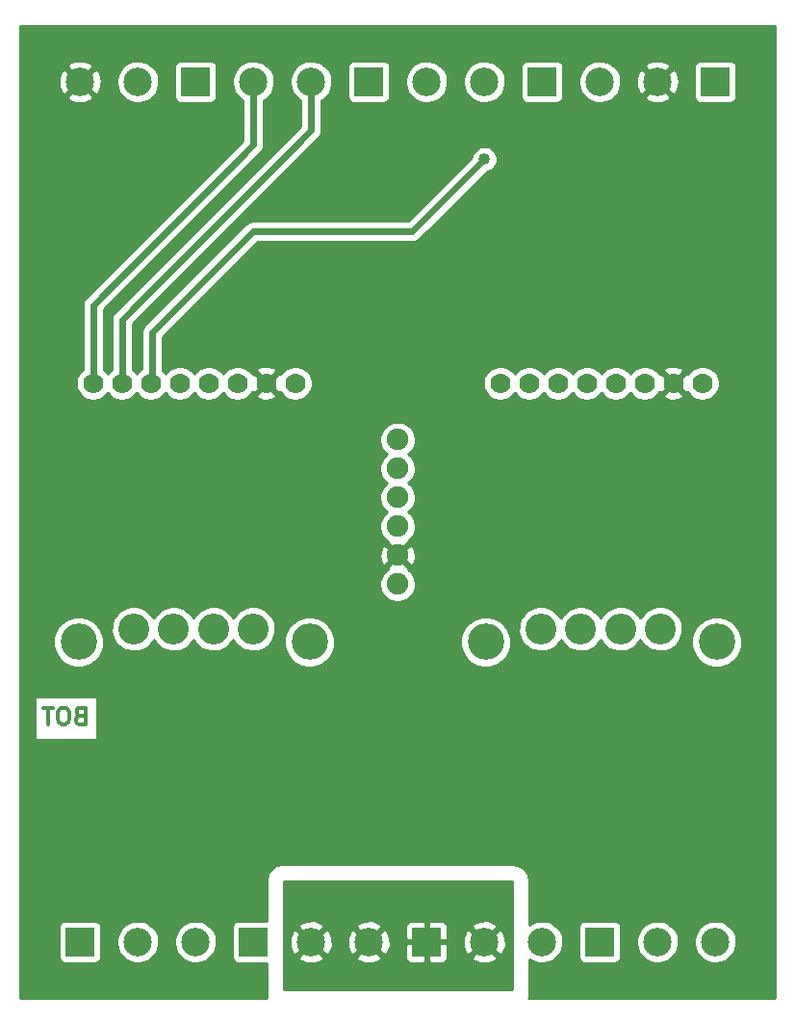
<source format=gbl>
G04 #@! TF.FileFunction,Copper,L2,Bot,Signal*
%FSLAX46Y46*%
G04 Gerber Fmt 4.6, Leading zero omitted, Abs format (unit mm)*
G04 Created by KiCad (PCBNEW 4.0.6) date 06/12/17 11:19:09*
%MOMM*%
%LPD*%
G01*
G04 APERTURE LIST*
%ADD10C,0.100000*%
%ADD11C,0.300000*%
%ADD12R,2.500000X2.500000*%
%ADD13C,2.500000*%
%ADD14C,3.200400*%
%ADD15C,1.778000*%
%ADD16C,2.717800*%
%ADD17C,1.900000*%
%ADD18C,1.016000*%
%ADD19C,0.609600*%
%ADD20C,0.254000*%
G04 APERTURE END LIST*
D10*
D11*
X83800000Y-112414857D02*
X83585714Y-112486286D01*
X83514286Y-112557714D01*
X83442857Y-112700571D01*
X83442857Y-112914857D01*
X83514286Y-113057714D01*
X83585714Y-113129143D01*
X83728572Y-113200571D01*
X84300000Y-113200571D01*
X84300000Y-111700571D01*
X83800000Y-111700571D01*
X83657143Y-111772000D01*
X83585714Y-111843429D01*
X83514286Y-111986286D01*
X83514286Y-112129143D01*
X83585714Y-112272000D01*
X83657143Y-112343429D01*
X83800000Y-112414857D01*
X84300000Y-112414857D01*
X82514286Y-111700571D02*
X82228572Y-111700571D01*
X82085714Y-111772000D01*
X81942857Y-111914857D01*
X81871429Y-112200571D01*
X81871429Y-112700571D01*
X81942857Y-112986286D01*
X82085714Y-113129143D01*
X82228572Y-113200571D01*
X82514286Y-113200571D01*
X82657143Y-113129143D01*
X82800000Y-112986286D01*
X82871429Y-112700571D01*
X82871429Y-112200571D01*
X82800000Y-111914857D01*
X82657143Y-111772000D01*
X82514286Y-111700571D01*
X81442857Y-111700571D02*
X80585714Y-111700571D01*
X81014285Y-113200571D02*
X81014285Y-111700571D01*
D12*
X139700000Y-56700000D03*
D13*
X134620000Y-56700000D03*
X129540000Y-56700000D03*
D12*
X124460000Y-56700000D03*
D13*
X119380000Y-56700000D03*
X114300000Y-56700000D03*
D12*
X109220000Y-56700000D03*
D13*
X104140000Y-56700000D03*
X99060000Y-56700000D03*
D12*
X93980000Y-56700000D03*
D13*
X88900000Y-56700000D03*
X83820000Y-56700000D03*
D12*
X83820000Y-132300000D03*
D13*
X88900000Y-132300000D03*
X93980000Y-132300000D03*
D12*
X99060000Y-132300000D03*
D13*
X104140000Y-132300000D03*
X109220000Y-132300000D03*
D12*
X114300000Y-132300000D03*
D13*
X119380000Y-132300000D03*
X124460000Y-132300000D03*
D12*
X129540000Y-132300000D03*
D13*
X134620000Y-132300000D03*
X139700000Y-132300000D03*
D14*
X139827000Y-105930000D03*
X119507000Y-105930000D03*
D15*
X138557000Y-83197000D03*
X136017000Y-83197000D03*
X133477000Y-83197000D03*
X130937000Y-83197000D03*
X128397000Y-83197000D03*
X125857000Y-83197000D03*
X123317000Y-83197000D03*
X120777000Y-83197000D03*
D16*
X124360940Y-104787000D03*
X127861060Y-104787000D03*
X131345940Y-104787000D03*
X134846060Y-104787000D03*
D14*
X104013000Y-105930000D03*
X83693000Y-105930000D03*
D15*
X102743000Y-83197000D03*
X100203000Y-83197000D03*
X97663000Y-83197000D03*
X95123000Y-83197000D03*
X92583000Y-83197000D03*
X90043000Y-83197000D03*
X87503000Y-83197000D03*
X84963000Y-83197000D03*
D16*
X88546940Y-104787000D03*
X92047060Y-104787000D03*
X95531940Y-104787000D03*
X99032060Y-104787000D03*
D17*
X111760000Y-100850000D03*
X111760000Y-98310000D03*
X111760000Y-95770000D03*
X111760000Y-93230000D03*
X111760000Y-90690000D03*
X111760000Y-88150000D03*
D18*
X119380000Y-63500000D03*
D19*
X90170000Y-78740000D02*
X90170000Y-83070000D01*
X119380000Y-63500000D02*
X113030000Y-69850000D01*
X113030000Y-69850000D02*
X99060000Y-69850000D01*
X99060000Y-69850000D02*
X90170000Y-78740000D01*
X90170000Y-83070000D02*
X90043000Y-83197000D01*
X125730000Y-83070000D02*
X125857000Y-83197000D01*
X90043000Y-83197000D02*
X90043000Y-83693000D01*
X125857000Y-83693000D02*
X125857000Y-83197000D01*
X87503000Y-83197000D02*
X87503000Y-77597000D01*
X104140000Y-60960000D02*
X104140000Y-56700000D01*
X87503000Y-77597000D02*
X104140000Y-60960000D01*
X84963000Y-83197000D02*
X84963000Y-76327000D01*
X99060000Y-62230000D02*
X99060000Y-56700000D01*
X84963000Y-76327000D02*
X99060000Y-62230000D01*
D20*
G36*
X144950000Y-137240000D02*
X123300800Y-137240000D01*
X123317000Y-137160000D01*
X123317000Y-133801257D01*
X123535935Y-133953420D01*
X123874684Y-134101416D01*
X124235729Y-134180797D01*
X124605315Y-134188539D01*
X124969367Y-134124346D01*
X125314017Y-133990666D01*
X125626137Y-133792588D01*
X125893840Y-133537658D01*
X126106929Y-133235586D01*
X126257286Y-132897877D01*
X126339185Y-132537396D01*
X126345081Y-132115166D01*
X126273279Y-131752539D01*
X126132410Y-131410764D01*
X125927839Y-131102860D01*
X125875347Y-131050000D01*
X127651928Y-131050000D01*
X127651928Y-133550000D01*
X127659992Y-133651121D01*
X127713106Y-133822634D01*
X127811900Y-133972559D01*
X127948550Y-134089025D01*
X128112237Y-134162810D01*
X128290000Y-134188072D01*
X130790000Y-134188072D01*
X130891121Y-134180008D01*
X131062634Y-134126894D01*
X131212559Y-134028100D01*
X131329025Y-133891450D01*
X131402810Y-133727763D01*
X131428072Y-133550000D01*
X131428072Y-132458496D01*
X132732522Y-132458496D01*
X132799254Y-132822091D01*
X132935338Y-133165799D01*
X133135590Y-133476529D01*
X133392382Y-133742446D01*
X133695935Y-133953420D01*
X134034684Y-134101416D01*
X134395729Y-134180797D01*
X134765315Y-134188539D01*
X135129367Y-134124346D01*
X135474017Y-133990666D01*
X135786137Y-133792588D01*
X136053840Y-133537658D01*
X136266929Y-133235586D01*
X136417286Y-132897877D01*
X136499185Y-132537396D01*
X136500286Y-132458496D01*
X137812522Y-132458496D01*
X137879254Y-132822091D01*
X138015338Y-133165799D01*
X138215590Y-133476529D01*
X138472382Y-133742446D01*
X138775935Y-133953420D01*
X139114684Y-134101416D01*
X139475729Y-134180797D01*
X139845315Y-134188539D01*
X140209367Y-134124346D01*
X140554017Y-133990666D01*
X140866137Y-133792588D01*
X141133840Y-133537658D01*
X141346929Y-133235586D01*
X141497286Y-132897877D01*
X141579185Y-132537396D01*
X141585081Y-132115166D01*
X141513279Y-131752539D01*
X141372410Y-131410764D01*
X141167839Y-131102860D01*
X140907358Y-130840555D01*
X140600890Y-130633839D01*
X140260107Y-130490587D01*
X139897990Y-130416255D01*
X139528331Y-130413674D01*
X139165211Y-130482943D01*
X138822461Y-130621423D01*
X138513137Y-130823840D01*
X138249019Y-131082482D01*
X138040169Y-131387500D01*
X137894542Y-131727275D01*
X137817683Y-132088864D01*
X137812522Y-132458496D01*
X136500286Y-132458496D01*
X136505081Y-132115166D01*
X136433279Y-131752539D01*
X136292410Y-131410764D01*
X136087839Y-131102860D01*
X135827358Y-130840555D01*
X135520890Y-130633839D01*
X135180107Y-130490587D01*
X134817990Y-130416255D01*
X134448331Y-130413674D01*
X134085211Y-130482943D01*
X133742461Y-130621423D01*
X133433137Y-130823840D01*
X133169019Y-131082482D01*
X132960169Y-131387500D01*
X132814542Y-131727275D01*
X132737683Y-132088864D01*
X132732522Y-132458496D01*
X131428072Y-132458496D01*
X131428072Y-131050000D01*
X131420008Y-130948879D01*
X131366894Y-130777366D01*
X131268100Y-130627441D01*
X131131450Y-130510975D01*
X130967763Y-130437190D01*
X130790000Y-130411928D01*
X128290000Y-130411928D01*
X128188879Y-130419992D01*
X128017366Y-130473106D01*
X127867441Y-130571900D01*
X127750975Y-130708550D01*
X127677190Y-130872237D01*
X127651928Y-131050000D01*
X125875347Y-131050000D01*
X125667358Y-130840555D01*
X125360890Y-130633839D01*
X125020107Y-130490587D01*
X124657990Y-130416255D01*
X124288331Y-130413674D01*
X123925211Y-130482943D01*
X123582461Y-130621423D01*
X123317000Y-130795137D01*
X123317000Y-126873000D01*
X123221460Y-126365250D01*
X122921380Y-125898913D01*
X122463511Y-125586064D01*
X121920000Y-125476000D01*
X101600000Y-125476000D01*
X101092250Y-125571540D01*
X100625913Y-125871620D01*
X100313064Y-126329489D01*
X100203000Y-126873000D01*
X100203000Y-130411928D01*
X97810000Y-130411928D01*
X97708879Y-130419992D01*
X97537366Y-130473106D01*
X97387441Y-130571900D01*
X97270975Y-130708550D01*
X97197190Y-130872237D01*
X97171928Y-131050000D01*
X97171928Y-133550000D01*
X97179992Y-133651121D01*
X97233106Y-133822634D01*
X97331900Y-133972559D01*
X97468550Y-134089025D01*
X97632237Y-134162810D01*
X97810000Y-134188072D01*
X100203000Y-134188072D01*
X100203000Y-137160000D01*
X100218053Y-137240000D01*
X78570000Y-137240000D01*
X78570000Y-131050000D01*
X81931928Y-131050000D01*
X81931928Y-133550000D01*
X81939992Y-133651121D01*
X81993106Y-133822634D01*
X82091900Y-133972559D01*
X82228550Y-134089025D01*
X82392237Y-134162810D01*
X82570000Y-134188072D01*
X85070000Y-134188072D01*
X85171121Y-134180008D01*
X85342634Y-134126894D01*
X85492559Y-134028100D01*
X85609025Y-133891450D01*
X85682810Y-133727763D01*
X85708072Y-133550000D01*
X85708072Y-132458496D01*
X87012522Y-132458496D01*
X87079254Y-132822091D01*
X87215338Y-133165799D01*
X87415590Y-133476529D01*
X87672382Y-133742446D01*
X87975935Y-133953420D01*
X88314684Y-134101416D01*
X88675729Y-134180797D01*
X89045315Y-134188539D01*
X89409367Y-134124346D01*
X89754017Y-133990666D01*
X90066137Y-133792588D01*
X90333840Y-133537658D01*
X90546929Y-133235586D01*
X90697286Y-132897877D01*
X90779185Y-132537396D01*
X90780286Y-132458496D01*
X92092522Y-132458496D01*
X92159254Y-132822091D01*
X92295338Y-133165799D01*
X92495590Y-133476529D01*
X92752382Y-133742446D01*
X93055935Y-133953420D01*
X93394684Y-134101416D01*
X93755729Y-134180797D01*
X94125315Y-134188539D01*
X94489367Y-134124346D01*
X94834017Y-133990666D01*
X95146137Y-133792588D01*
X95413840Y-133537658D01*
X95626929Y-133235586D01*
X95777286Y-132897877D01*
X95859185Y-132537396D01*
X95865081Y-132115166D01*
X95793279Y-131752539D01*
X95652410Y-131410764D01*
X95447839Y-131102860D01*
X95187358Y-130840555D01*
X94880890Y-130633839D01*
X94540107Y-130490587D01*
X94177990Y-130416255D01*
X93808331Y-130413674D01*
X93445211Y-130482943D01*
X93102461Y-130621423D01*
X92793137Y-130823840D01*
X92529019Y-131082482D01*
X92320169Y-131387500D01*
X92174542Y-131727275D01*
X92097683Y-132088864D01*
X92092522Y-132458496D01*
X90780286Y-132458496D01*
X90785081Y-132115166D01*
X90713279Y-131752539D01*
X90572410Y-131410764D01*
X90367839Y-131102860D01*
X90107358Y-130840555D01*
X89800890Y-130633839D01*
X89460107Y-130490587D01*
X89097990Y-130416255D01*
X88728331Y-130413674D01*
X88365211Y-130482943D01*
X88022461Y-130621423D01*
X87713137Y-130823840D01*
X87449019Y-131082482D01*
X87240169Y-131387500D01*
X87094542Y-131727275D01*
X87017683Y-132088864D01*
X87012522Y-132458496D01*
X85708072Y-132458496D01*
X85708072Y-131050000D01*
X85700008Y-130948879D01*
X85646894Y-130777366D01*
X85548100Y-130627441D01*
X85411450Y-130510975D01*
X85247763Y-130437190D01*
X85070000Y-130411928D01*
X82570000Y-130411928D01*
X82468879Y-130419992D01*
X82297366Y-130473106D01*
X82147441Y-130571900D01*
X82030975Y-130708550D01*
X81957190Y-130872237D01*
X81931928Y-131050000D01*
X78570000Y-131050000D01*
X78570000Y-110687000D01*
X79807857Y-110687000D01*
X79807857Y-114507000D01*
X85292143Y-114507000D01*
X85292143Y-110687000D01*
X79807857Y-110687000D01*
X78570000Y-110687000D01*
X78570000Y-106117942D01*
X81454862Y-106117942D01*
X81533992Y-106549086D01*
X81695357Y-106956649D01*
X81932813Y-107325107D01*
X82237313Y-107640426D01*
X82597260Y-107890596D01*
X82998943Y-108066087D01*
X83427063Y-108160215D01*
X83865312Y-108169395D01*
X84296998Y-108093278D01*
X84705678Y-107934761D01*
X85075785Y-107699884D01*
X85393222Y-107397592D01*
X85645899Y-107039401D01*
X85824190Y-106638952D01*
X85921305Y-106211500D01*
X85928296Y-105710827D01*
X85843154Y-105280830D01*
X85708714Y-104954653D01*
X86550419Y-104954653D01*
X86621006Y-105339253D01*
X86764952Y-105702818D01*
X86976773Y-106031499D01*
X87248401Y-106312779D01*
X87569490Y-106535941D01*
X87927810Y-106692487D01*
X88309712Y-106776454D01*
X88700650Y-106784643D01*
X89085734Y-106716742D01*
X89450295Y-106575339D01*
X89780447Y-106365817D01*
X90063616Y-106096160D01*
X90289015Y-105776636D01*
X90298670Y-105754951D01*
X90476893Y-106031499D01*
X90748521Y-106312779D01*
X91069610Y-106535941D01*
X91427930Y-106692487D01*
X91809832Y-106776454D01*
X92200770Y-106784643D01*
X92585854Y-106716742D01*
X92950415Y-106575339D01*
X93280567Y-106365817D01*
X93563736Y-106096160D01*
X93789135Y-105776636D01*
X93792563Y-105768937D01*
X93961773Y-106031499D01*
X94233401Y-106312779D01*
X94554490Y-106535941D01*
X94912810Y-106692487D01*
X95294712Y-106776454D01*
X95685650Y-106784643D01*
X96070734Y-106716742D01*
X96435295Y-106575339D01*
X96765447Y-106365817D01*
X97048616Y-106096160D01*
X97274015Y-105776636D01*
X97283670Y-105754951D01*
X97461893Y-106031499D01*
X97733521Y-106312779D01*
X98054610Y-106535941D01*
X98412930Y-106692487D01*
X98794832Y-106776454D01*
X99185770Y-106784643D01*
X99570854Y-106716742D01*
X99935415Y-106575339D01*
X100265567Y-106365817D01*
X100525862Y-106117942D01*
X101774862Y-106117942D01*
X101853992Y-106549086D01*
X102015357Y-106956649D01*
X102252813Y-107325107D01*
X102557313Y-107640426D01*
X102917260Y-107890596D01*
X103318943Y-108066087D01*
X103747063Y-108160215D01*
X104185312Y-108169395D01*
X104616998Y-108093278D01*
X105025678Y-107934761D01*
X105395785Y-107699884D01*
X105713222Y-107397592D01*
X105965899Y-107039401D01*
X106144190Y-106638952D01*
X106241305Y-106211500D01*
X106242611Y-106117942D01*
X117268862Y-106117942D01*
X117347992Y-106549086D01*
X117509357Y-106956649D01*
X117746813Y-107325107D01*
X118051313Y-107640426D01*
X118411260Y-107890596D01*
X118812943Y-108066087D01*
X119241063Y-108160215D01*
X119679312Y-108169395D01*
X120110998Y-108093278D01*
X120519678Y-107934761D01*
X120889785Y-107699884D01*
X121207222Y-107397592D01*
X121459899Y-107039401D01*
X121638190Y-106638952D01*
X121735305Y-106211500D01*
X121742296Y-105710827D01*
X121657154Y-105280830D01*
X121522714Y-104954653D01*
X122364419Y-104954653D01*
X122435006Y-105339253D01*
X122578952Y-105702818D01*
X122790773Y-106031499D01*
X123062401Y-106312779D01*
X123383490Y-106535941D01*
X123741810Y-106692487D01*
X124123712Y-106776454D01*
X124514650Y-106784643D01*
X124899734Y-106716742D01*
X125264295Y-106575339D01*
X125594447Y-106365817D01*
X125877616Y-106096160D01*
X126103015Y-105776636D01*
X126112670Y-105754951D01*
X126290893Y-106031499D01*
X126562521Y-106312779D01*
X126883610Y-106535941D01*
X127241930Y-106692487D01*
X127623832Y-106776454D01*
X128014770Y-106784643D01*
X128399854Y-106716742D01*
X128764415Y-106575339D01*
X129094567Y-106365817D01*
X129377736Y-106096160D01*
X129603135Y-105776636D01*
X129606563Y-105768937D01*
X129775773Y-106031499D01*
X130047401Y-106312779D01*
X130368490Y-106535941D01*
X130726810Y-106692487D01*
X131108712Y-106776454D01*
X131499650Y-106784643D01*
X131884734Y-106716742D01*
X132249295Y-106575339D01*
X132579447Y-106365817D01*
X132862616Y-106096160D01*
X133088015Y-105776636D01*
X133097670Y-105754951D01*
X133275893Y-106031499D01*
X133547521Y-106312779D01*
X133868610Y-106535941D01*
X134226930Y-106692487D01*
X134608832Y-106776454D01*
X134999770Y-106784643D01*
X135384854Y-106716742D01*
X135749415Y-106575339D01*
X136079567Y-106365817D01*
X136339862Y-106117942D01*
X137588862Y-106117942D01*
X137667992Y-106549086D01*
X137829357Y-106956649D01*
X138066813Y-107325107D01*
X138371313Y-107640426D01*
X138731260Y-107890596D01*
X139132943Y-108066087D01*
X139561063Y-108160215D01*
X139999312Y-108169395D01*
X140430998Y-108093278D01*
X140839678Y-107934761D01*
X141209785Y-107699884D01*
X141527222Y-107397592D01*
X141779899Y-107039401D01*
X141958190Y-106638952D01*
X142055305Y-106211500D01*
X142062296Y-105710827D01*
X141977154Y-105280830D01*
X141810114Y-104875560D01*
X141567537Y-104510453D01*
X141258664Y-104199416D01*
X140895259Y-103954296D01*
X140491165Y-103784430D01*
X140061772Y-103696289D01*
X139623438Y-103693229D01*
X139192857Y-103775366D01*
X138786430Y-103939573D01*
X138419638Y-104179595D01*
X138106453Y-104486289D01*
X137858802Y-104847974D01*
X137686119Y-105250873D01*
X137594982Y-105679639D01*
X137588862Y-106117942D01*
X136339862Y-106117942D01*
X136362736Y-106096160D01*
X136588135Y-105776636D01*
X136747179Y-105419418D01*
X136833809Y-105038111D01*
X136840046Y-104591488D01*
X136764096Y-104207911D01*
X136615088Y-103846391D01*
X136398698Y-103520699D01*
X136123170Y-103243240D01*
X135798996Y-103024582D01*
X135438525Y-102873054D01*
X135055488Y-102794428D01*
X134664473Y-102791698D01*
X134280375Y-102864968D01*
X133917824Y-103011449D01*
X133590629Y-103225559D01*
X133311253Y-103499144D01*
X133094541Y-103815645D01*
X132898578Y-103520699D01*
X132623050Y-103243240D01*
X132298876Y-103024582D01*
X131938405Y-102873054D01*
X131555368Y-102794428D01*
X131164353Y-102791698D01*
X130780255Y-102864968D01*
X130417704Y-103011449D01*
X130090509Y-103225559D01*
X129811133Y-103499144D01*
X129602155Y-103804349D01*
X129413698Y-103520699D01*
X129138170Y-103243240D01*
X128813996Y-103024582D01*
X128453525Y-102873054D01*
X128070488Y-102794428D01*
X127679473Y-102791698D01*
X127295375Y-102864968D01*
X126932824Y-103011449D01*
X126605629Y-103225559D01*
X126326253Y-103499144D01*
X126109541Y-103815645D01*
X125913578Y-103520699D01*
X125638050Y-103243240D01*
X125313876Y-103024582D01*
X124953405Y-102873054D01*
X124570368Y-102794428D01*
X124179353Y-102791698D01*
X123795255Y-102864968D01*
X123432704Y-103011449D01*
X123105509Y-103225559D01*
X122826133Y-103499144D01*
X122605218Y-103821783D01*
X122451177Y-104181187D01*
X122369878Y-104563667D01*
X122364419Y-104954653D01*
X121522714Y-104954653D01*
X121490114Y-104875560D01*
X121247537Y-104510453D01*
X120938664Y-104199416D01*
X120575259Y-103954296D01*
X120171165Y-103784430D01*
X119741772Y-103696289D01*
X119303438Y-103693229D01*
X118872857Y-103775366D01*
X118466430Y-103939573D01*
X118099638Y-104179595D01*
X117786453Y-104486289D01*
X117538802Y-104847974D01*
X117366119Y-105250873D01*
X117274982Y-105679639D01*
X117268862Y-106117942D01*
X106242611Y-106117942D01*
X106248296Y-105710827D01*
X106163154Y-105280830D01*
X105996114Y-104875560D01*
X105753537Y-104510453D01*
X105444664Y-104199416D01*
X105081259Y-103954296D01*
X104677165Y-103784430D01*
X104247772Y-103696289D01*
X103809438Y-103693229D01*
X103378857Y-103775366D01*
X102972430Y-103939573D01*
X102605638Y-104179595D01*
X102292453Y-104486289D01*
X102044802Y-104847974D01*
X101872119Y-105250873D01*
X101780982Y-105679639D01*
X101774862Y-106117942D01*
X100525862Y-106117942D01*
X100548736Y-106096160D01*
X100774135Y-105776636D01*
X100933179Y-105419418D01*
X101019809Y-105038111D01*
X101026046Y-104591488D01*
X100950096Y-104207911D01*
X100801088Y-103846391D01*
X100584698Y-103520699D01*
X100309170Y-103243240D01*
X99984996Y-103024582D01*
X99624525Y-102873054D01*
X99241488Y-102794428D01*
X98850473Y-102791698D01*
X98466375Y-102864968D01*
X98103824Y-103011449D01*
X97776629Y-103225559D01*
X97497253Y-103499144D01*
X97280541Y-103815645D01*
X97084578Y-103520699D01*
X96809050Y-103243240D01*
X96484876Y-103024582D01*
X96124405Y-102873054D01*
X95741368Y-102794428D01*
X95350353Y-102791698D01*
X94966255Y-102864968D01*
X94603704Y-103011449D01*
X94276509Y-103225559D01*
X93997133Y-103499144D01*
X93788155Y-103804349D01*
X93599698Y-103520699D01*
X93324170Y-103243240D01*
X92999996Y-103024582D01*
X92639525Y-102873054D01*
X92256488Y-102794428D01*
X91865473Y-102791698D01*
X91481375Y-102864968D01*
X91118824Y-103011449D01*
X90791629Y-103225559D01*
X90512253Y-103499144D01*
X90295541Y-103815645D01*
X90099578Y-103520699D01*
X89824050Y-103243240D01*
X89499876Y-103024582D01*
X89139405Y-102873054D01*
X88756368Y-102794428D01*
X88365353Y-102791698D01*
X87981255Y-102864968D01*
X87618704Y-103011449D01*
X87291509Y-103225559D01*
X87012133Y-103499144D01*
X86791218Y-103821783D01*
X86637177Y-104181187D01*
X86555878Y-104563667D01*
X86550419Y-104954653D01*
X85708714Y-104954653D01*
X85676114Y-104875560D01*
X85433537Y-104510453D01*
X85124664Y-104199416D01*
X84761259Y-103954296D01*
X84357165Y-103784430D01*
X83927772Y-103696289D01*
X83489438Y-103693229D01*
X83058857Y-103775366D01*
X82652430Y-103939573D01*
X82285638Y-104179595D01*
X81972453Y-104486289D01*
X81724802Y-104847974D01*
X81552119Y-105250873D01*
X81460982Y-105679639D01*
X81454862Y-106117942D01*
X78570000Y-106117942D01*
X78570000Y-100983271D01*
X110172917Y-100983271D01*
X110229028Y-101288999D01*
X110343454Y-101578006D01*
X110511836Y-101839283D01*
X110727760Y-102062878D01*
X110983001Y-102240276D01*
X111267838Y-102364718D01*
X111571422Y-102431465D01*
X111882188Y-102437975D01*
X112188300Y-102383999D01*
X112478099Y-102271594D01*
X112740545Y-102105040D01*
X112965643Y-101890683D01*
X113144818Y-101636686D01*
X113271245Y-101352724D01*
X113340110Y-101049614D01*
X113345068Y-100694583D01*
X113284693Y-100389668D01*
X113166243Y-100102287D01*
X112994230Y-99843387D01*
X112775205Y-99622827D01*
X112638356Y-99530521D01*
X112680147Y-99409752D01*
X111760000Y-98489605D01*
X110839853Y-99409752D01*
X110881638Y-99530502D01*
X110762028Y-99608773D01*
X110539945Y-99826252D01*
X110364334Y-100082726D01*
X110241883Y-100368425D01*
X110177257Y-100672467D01*
X110172917Y-100983271D01*
X78570000Y-100983271D01*
X78570000Y-98374573D01*
X110168641Y-98374573D01*
X110211816Y-98683791D01*
X110314487Y-98978644D01*
X110400958Y-99140421D01*
X110660248Y-99230147D01*
X111580395Y-98310000D01*
X111939605Y-98310000D01*
X112859752Y-99230147D01*
X113119042Y-99140421D01*
X113254935Y-98859329D01*
X113333379Y-98557127D01*
X113351359Y-98245427D01*
X113308184Y-97936209D01*
X113205513Y-97641356D01*
X113119042Y-97479579D01*
X112859752Y-97389853D01*
X111939605Y-98310000D01*
X111580395Y-98310000D01*
X110660248Y-97389853D01*
X110400958Y-97479579D01*
X110265065Y-97760671D01*
X110186621Y-98062873D01*
X110168641Y-98374573D01*
X78570000Y-98374573D01*
X78570000Y-88283271D01*
X110172917Y-88283271D01*
X110229028Y-88588999D01*
X110343454Y-88878006D01*
X110511836Y-89139283D01*
X110727760Y-89362878D01*
X110808032Y-89418669D01*
X110762028Y-89448773D01*
X110539945Y-89666252D01*
X110364334Y-89922726D01*
X110241883Y-90208425D01*
X110177257Y-90512467D01*
X110172917Y-90823271D01*
X110229028Y-91128999D01*
X110343454Y-91418006D01*
X110511836Y-91679283D01*
X110727760Y-91902878D01*
X110808032Y-91958669D01*
X110762028Y-91988773D01*
X110539945Y-92206252D01*
X110364334Y-92462726D01*
X110241883Y-92748425D01*
X110177257Y-93052467D01*
X110172917Y-93363271D01*
X110229028Y-93668999D01*
X110343454Y-93958006D01*
X110511836Y-94219283D01*
X110727760Y-94442878D01*
X110808032Y-94498669D01*
X110762028Y-94528773D01*
X110539945Y-94746252D01*
X110364334Y-95002726D01*
X110241883Y-95288425D01*
X110177257Y-95592467D01*
X110172917Y-95903271D01*
X110229028Y-96208999D01*
X110343454Y-96498006D01*
X110511836Y-96759283D01*
X110727760Y-96982878D01*
X110881546Y-97089763D01*
X110839853Y-97210248D01*
X111760000Y-98130395D01*
X112680147Y-97210248D01*
X112638473Y-97089817D01*
X112740545Y-97025040D01*
X112965643Y-96810683D01*
X113144818Y-96556686D01*
X113271245Y-96272724D01*
X113340110Y-95969614D01*
X113345068Y-95614583D01*
X113284693Y-95309668D01*
X113166243Y-95022287D01*
X112994230Y-94763387D01*
X112775205Y-94542827D01*
X112714261Y-94501720D01*
X112740545Y-94485040D01*
X112965643Y-94270683D01*
X113144818Y-94016686D01*
X113271245Y-93732724D01*
X113340110Y-93429614D01*
X113345068Y-93074583D01*
X113284693Y-92769668D01*
X113166243Y-92482287D01*
X112994230Y-92223387D01*
X112775205Y-92002827D01*
X112714261Y-91961720D01*
X112740545Y-91945040D01*
X112965643Y-91730683D01*
X113144818Y-91476686D01*
X113271245Y-91192724D01*
X113340110Y-90889614D01*
X113345068Y-90534583D01*
X113284693Y-90229668D01*
X113166243Y-89942287D01*
X112994230Y-89683387D01*
X112775205Y-89462827D01*
X112714261Y-89421720D01*
X112740545Y-89405040D01*
X112965643Y-89190683D01*
X113144818Y-88936686D01*
X113271245Y-88652724D01*
X113340110Y-88349614D01*
X113345068Y-87994583D01*
X113284693Y-87689668D01*
X113166243Y-87402287D01*
X112994230Y-87143387D01*
X112775205Y-86922827D01*
X112517512Y-86749011D01*
X112230965Y-86628558D01*
X111926479Y-86566056D01*
X111615652Y-86563886D01*
X111310324Y-86622130D01*
X111022123Y-86738571D01*
X110762028Y-86908773D01*
X110539945Y-87126252D01*
X110364334Y-87382726D01*
X110241883Y-87668425D01*
X110177257Y-87972467D01*
X110172917Y-88283271D01*
X78570000Y-88283271D01*
X78570000Y-83325142D01*
X83436997Y-83325142D01*
X83490949Y-83619104D01*
X83600971Y-83896988D01*
X83762872Y-84148210D01*
X83970486Y-84363200D01*
X84215904Y-84533770D01*
X84489779Y-84653423D01*
X84781679Y-84717602D01*
X85080486Y-84723861D01*
X85374817Y-84671962D01*
X85653462Y-84563883D01*
X85905808Y-84403739D01*
X86122243Y-84197631D01*
X86233281Y-84040225D01*
X86302872Y-84148210D01*
X86510486Y-84363200D01*
X86755904Y-84533770D01*
X87029779Y-84653423D01*
X87321679Y-84717602D01*
X87620486Y-84723861D01*
X87914817Y-84671962D01*
X88193462Y-84563883D01*
X88445808Y-84403739D01*
X88662243Y-84197631D01*
X88773281Y-84040225D01*
X88842872Y-84148210D01*
X89050486Y-84363200D01*
X89295904Y-84533770D01*
X89569779Y-84653423D01*
X89861679Y-84717602D01*
X90160486Y-84723861D01*
X90454817Y-84671962D01*
X90733462Y-84563883D01*
X90985808Y-84403739D01*
X91202243Y-84197631D01*
X91313281Y-84040225D01*
X91382872Y-84148210D01*
X91590486Y-84363200D01*
X91835904Y-84533770D01*
X92109779Y-84653423D01*
X92401679Y-84717602D01*
X92700486Y-84723861D01*
X92994817Y-84671962D01*
X93273462Y-84563883D01*
X93525808Y-84403739D01*
X93742243Y-84197631D01*
X93853281Y-84040225D01*
X93922872Y-84148210D01*
X94130486Y-84363200D01*
X94375904Y-84533770D01*
X94649779Y-84653423D01*
X94941679Y-84717602D01*
X95240486Y-84723861D01*
X95534817Y-84671962D01*
X95813462Y-84563883D01*
X96065808Y-84403739D01*
X96282243Y-84197631D01*
X96393281Y-84040225D01*
X96462872Y-84148210D01*
X96670486Y-84363200D01*
X96915904Y-84533770D01*
X97189779Y-84653423D01*
X97481679Y-84717602D01*
X97780486Y-84723861D01*
X98074817Y-84671962D01*
X98353462Y-84563883D01*
X98605808Y-84403739D01*
X98763857Y-84253231D01*
X99326374Y-84253231D01*
X99408727Y-84506289D01*
X99679418Y-84636086D01*
X99970230Y-84710580D01*
X100269988Y-84726908D01*
X100567171Y-84684443D01*
X100850359Y-84584816D01*
X100997273Y-84506289D01*
X101079626Y-84253231D01*
X100203000Y-83376605D01*
X99326374Y-84253231D01*
X98763857Y-84253231D01*
X98822243Y-84197631D01*
X98953977Y-84010886D01*
X99146769Y-84073626D01*
X100023395Y-83197000D01*
X100382605Y-83197000D01*
X101259231Y-84073626D01*
X101453965Y-84010253D01*
X101542872Y-84148210D01*
X101750486Y-84363200D01*
X101995904Y-84533770D01*
X102269779Y-84653423D01*
X102561679Y-84717602D01*
X102860486Y-84723861D01*
X103154817Y-84671962D01*
X103433462Y-84563883D01*
X103685808Y-84403739D01*
X103902243Y-84197631D01*
X104074522Y-83953410D01*
X104196084Y-83680377D01*
X104262299Y-83388932D01*
X104263189Y-83325142D01*
X119250997Y-83325142D01*
X119304949Y-83619104D01*
X119414971Y-83896988D01*
X119576872Y-84148210D01*
X119784486Y-84363200D01*
X120029904Y-84533770D01*
X120303779Y-84653423D01*
X120595679Y-84717602D01*
X120894486Y-84723861D01*
X121188817Y-84671962D01*
X121467462Y-84563883D01*
X121719808Y-84403739D01*
X121936243Y-84197631D01*
X122047281Y-84040225D01*
X122116872Y-84148210D01*
X122324486Y-84363200D01*
X122569904Y-84533770D01*
X122843779Y-84653423D01*
X123135679Y-84717602D01*
X123434486Y-84723861D01*
X123728817Y-84671962D01*
X124007462Y-84563883D01*
X124259808Y-84403739D01*
X124476243Y-84197631D01*
X124587281Y-84040225D01*
X124656872Y-84148210D01*
X124864486Y-84363200D01*
X125109904Y-84533770D01*
X125383779Y-84653423D01*
X125675679Y-84717602D01*
X125974486Y-84723861D01*
X126268817Y-84671962D01*
X126547462Y-84563883D01*
X126799808Y-84403739D01*
X127016243Y-84197631D01*
X127127281Y-84040225D01*
X127196872Y-84148210D01*
X127404486Y-84363200D01*
X127649904Y-84533770D01*
X127923779Y-84653423D01*
X128215679Y-84717602D01*
X128514486Y-84723861D01*
X128808817Y-84671962D01*
X129087462Y-84563883D01*
X129339808Y-84403739D01*
X129556243Y-84197631D01*
X129667281Y-84040225D01*
X129736872Y-84148210D01*
X129944486Y-84363200D01*
X130189904Y-84533770D01*
X130463779Y-84653423D01*
X130755679Y-84717602D01*
X131054486Y-84723861D01*
X131348817Y-84671962D01*
X131627462Y-84563883D01*
X131879808Y-84403739D01*
X132096243Y-84197631D01*
X132207281Y-84040225D01*
X132276872Y-84148210D01*
X132484486Y-84363200D01*
X132729904Y-84533770D01*
X133003779Y-84653423D01*
X133295679Y-84717602D01*
X133594486Y-84723861D01*
X133888817Y-84671962D01*
X134167462Y-84563883D01*
X134419808Y-84403739D01*
X134577857Y-84253231D01*
X135140374Y-84253231D01*
X135222727Y-84506289D01*
X135493418Y-84636086D01*
X135784230Y-84710580D01*
X136083988Y-84726908D01*
X136381171Y-84684443D01*
X136664359Y-84584816D01*
X136811273Y-84506289D01*
X136893626Y-84253231D01*
X136017000Y-83376605D01*
X135140374Y-84253231D01*
X134577857Y-84253231D01*
X134636243Y-84197631D01*
X134767977Y-84010886D01*
X134960769Y-84073626D01*
X135837395Y-83197000D01*
X136196605Y-83197000D01*
X137073231Y-84073626D01*
X137267965Y-84010253D01*
X137356872Y-84148210D01*
X137564486Y-84363200D01*
X137809904Y-84533770D01*
X138083779Y-84653423D01*
X138375679Y-84717602D01*
X138674486Y-84723861D01*
X138968817Y-84671962D01*
X139247462Y-84563883D01*
X139499808Y-84403739D01*
X139716243Y-84197631D01*
X139888522Y-83953410D01*
X140010084Y-83680377D01*
X140076299Y-83388932D01*
X140081065Y-83047564D01*
X140023014Y-82754384D01*
X139909123Y-82478063D01*
X139743730Y-82229127D01*
X139533135Y-82017056D01*
X139285359Y-81849929D01*
X139009840Y-81734112D01*
X138717072Y-81674015D01*
X138418208Y-81671929D01*
X138124630Y-81727932D01*
X137847520Y-81839891D01*
X137597435Y-82003542D01*
X137383899Y-82212652D01*
X137266970Y-82383423D01*
X137073231Y-82320374D01*
X136196605Y-83197000D01*
X135837395Y-83197000D01*
X134960769Y-82320374D01*
X134766384Y-82383633D01*
X134663730Y-82229127D01*
X134575987Y-82140769D01*
X135140374Y-82140769D01*
X136017000Y-83017395D01*
X136893626Y-82140769D01*
X136811273Y-81887711D01*
X136540582Y-81757914D01*
X136249770Y-81683420D01*
X135950012Y-81667092D01*
X135652829Y-81709557D01*
X135369641Y-81809184D01*
X135222727Y-81887711D01*
X135140374Y-82140769D01*
X134575987Y-82140769D01*
X134453135Y-82017056D01*
X134205359Y-81849929D01*
X133929840Y-81734112D01*
X133637072Y-81674015D01*
X133338208Y-81671929D01*
X133044630Y-81727932D01*
X132767520Y-81839891D01*
X132517435Y-82003542D01*
X132303899Y-82212652D01*
X132206903Y-82354312D01*
X132123730Y-82229127D01*
X131913135Y-82017056D01*
X131665359Y-81849929D01*
X131389840Y-81734112D01*
X131097072Y-81674015D01*
X130798208Y-81671929D01*
X130504630Y-81727932D01*
X130227520Y-81839891D01*
X129977435Y-82003542D01*
X129763899Y-82212652D01*
X129666903Y-82354312D01*
X129583730Y-82229127D01*
X129373135Y-82017056D01*
X129125359Y-81849929D01*
X128849840Y-81734112D01*
X128557072Y-81674015D01*
X128258208Y-81671929D01*
X127964630Y-81727932D01*
X127687520Y-81839891D01*
X127437435Y-82003542D01*
X127223899Y-82212652D01*
X127126903Y-82354312D01*
X127043730Y-82229127D01*
X126833135Y-82017056D01*
X126585359Y-81849929D01*
X126309840Y-81734112D01*
X126017072Y-81674015D01*
X125718208Y-81671929D01*
X125424630Y-81727932D01*
X125147520Y-81839891D01*
X124897435Y-82003542D01*
X124683899Y-82212652D01*
X124586903Y-82354312D01*
X124503730Y-82229127D01*
X124293135Y-82017056D01*
X124045359Y-81849929D01*
X123769840Y-81734112D01*
X123477072Y-81674015D01*
X123178208Y-81671929D01*
X122884630Y-81727932D01*
X122607520Y-81839891D01*
X122357435Y-82003542D01*
X122143899Y-82212652D01*
X122046903Y-82354312D01*
X121963730Y-82229127D01*
X121753135Y-82017056D01*
X121505359Y-81849929D01*
X121229840Y-81734112D01*
X120937072Y-81674015D01*
X120638208Y-81671929D01*
X120344630Y-81727932D01*
X120067520Y-81839891D01*
X119817435Y-82003542D01*
X119603899Y-82212652D01*
X119435047Y-82459255D01*
X119317309Y-82733959D01*
X119255170Y-83026299D01*
X119250997Y-83325142D01*
X104263189Y-83325142D01*
X104267065Y-83047564D01*
X104209014Y-82754384D01*
X104095123Y-82478063D01*
X103929730Y-82229127D01*
X103719135Y-82017056D01*
X103471359Y-81849929D01*
X103195840Y-81734112D01*
X102903072Y-81674015D01*
X102604208Y-81671929D01*
X102310630Y-81727932D01*
X102033520Y-81839891D01*
X101783435Y-82003542D01*
X101569899Y-82212652D01*
X101452970Y-82383423D01*
X101259231Y-82320374D01*
X100382605Y-83197000D01*
X100023395Y-83197000D01*
X99146769Y-82320374D01*
X98952384Y-82383633D01*
X98849730Y-82229127D01*
X98761987Y-82140769D01*
X99326374Y-82140769D01*
X100203000Y-83017395D01*
X101079626Y-82140769D01*
X100997273Y-81887711D01*
X100726582Y-81757914D01*
X100435770Y-81683420D01*
X100136012Y-81667092D01*
X99838829Y-81709557D01*
X99555641Y-81809184D01*
X99408727Y-81887711D01*
X99326374Y-82140769D01*
X98761987Y-82140769D01*
X98639135Y-82017056D01*
X98391359Y-81849929D01*
X98115840Y-81734112D01*
X97823072Y-81674015D01*
X97524208Y-81671929D01*
X97230630Y-81727932D01*
X96953520Y-81839891D01*
X96703435Y-82003542D01*
X96489899Y-82212652D01*
X96392903Y-82354312D01*
X96309730Y-82229127D01*
X96099135Y-82017056D01*
X95851359Y-81849929D01*
X95575840Y-81734112D01*
X95283072Y-81674015D01*
X94984208Y-81671929D01*
X94690630Y-81727932D01*
X94413520Y-81839891D01*
X94163435Y-82003542D01*
X93949899Y-82212652D01*
X93852903Y-82354312D01*
X93769730Y-82229127D01*
X93559135Y-82017056D01*
X93311359Y-81849929D01*
X93035840Y-81734112D01*
X92743072Y-81674015D01*
X92444208Y-81671929D01*
X92150630Y-81727932D01*
X91873520Y-81839891D01*
X91623435Y-82003542D01*
X91409899Y-82212652D01*
X91312903Y-82354312D01*
X91229730Y-82229127D01*
X91109800Y-82108356D01*
X91109800Y-79129278D01*
X99449278Y-70789800D01*
X113030000Y-70789800D01*
X113116410Y-70781328D01*
X113202878Y-70773763D01*
X113207624Y-70772384D01*
X113212541Y-70771902D01*
X113295627Y-70746816D01*
X113379011Y-70722591D01*
X113383399Y-70720316D01*
X113388130Y-70718888D01*
X113464773Y-70678136D01*
X113541852Y-70638182D01*
X113545715Y-70635099D01*
X113550077Y-70632779D01*
X113617354Y-70577910D01*
X113685195Y-70523753D01*
X113692072Y-70516971D01*
X113692215Y-70516855D01*
X113692324Y-70516723D01*
X113694539Y-70514539D01*
X119584445Y-64624633D01*
X119688862Y-64606221D01*
X119897846Y-64525162D01*
X120087106Y-64405054D01*
X120249432Y-64250473D01*
X120378641Y-64067307D01*
X120469813Y-63862532D01*
X120519473Y-63643949D01*
X120523049Y-63387923D01*
X120479510Y-63168038D01*
X120394092Y-62960798D01*
X120270047Y-62774095D01*
X120112101Y-62615042D01*
X119926269Y-62489697D01*
X119719630Y-62402834D01*
X119500054Y-62357762D01*
X119275906Y-62356197D01*
X119055722Y-62398199D01*
X118847891Y-62482169D01*
X118660327Y-62604907D01*
X118500175Y-62761739D01*
X118373535Y-62946691D01*
X118285232Y-63152719D01*
X118254738Y-63296184D01*
X112640722Y-68910200D01*
X99060000Y-68910200D01*
X98973631Y-68918668D01*
X98887123Y-68926237D01*
X98882377Y-68927616D01*
X98877459Y-68928098D01*
X98794361Y-68953187D01*
X98710989Y-68977409D01*
X98706600Y-68979684D01*
X98701870Y-68981112D01*
X98625266Y-69021843D01*
X98548148Y-69061817D01*
X98544282Y-69064903D01*
X98539923Y-69067221D01*
X98472674Y-69122068D01*
X98404805Y-69176247D01*
X98397928Y-69183029D01*
X98397785Y-69183145D01*
X98397676Y-69183277D01*
X98395461Y-69185461D01*
X89505461Y-78075461D01*
X89450364Y-78142537D01*
X89394558Y-78209044D01*
X89392177Y-78213375D01*
X89389041Y-78217193D01*
X89348028Y-78293683D01*
X89306197Y-78369773D01*
X89304702Y-78374484D01*
X89302367Y-78378840D01*
X89276994Y-78461831D01*
X89250737Y-78544605D01*
X89250186Y-78549520D01*
X89248742Y-78554242D01*
X89239972Y-78640579D01*
X89230292Y-78726878D01*
X89230224Y-78736539D01*
X89230206Y-78736719D01*
X89230222Y-78736886D01*
X89230200Y-78740000D01*
X89230200Y-81907502D01*
X89083435Y-82003542D01*
X88869899Y-82212652D01*
X88772903Y-82354312D01*
X88689730Y-82229127D01*
X88479135Y-82017056D01*
X88442800Y-81992548D01*
X88442800Y-77986278D01*
X104804539Y-61624539D01*
X104859636Y-61557463D01*
X104915442Y-61490956D01*
X104917823Y-61486625D01*
X104920959Y-61482807D01*
X104961972Y-61406317D01*
X105003803Y-61330227D01*
X105005298Y-61325516D01*
X105007633Y-61321160D01*
X105033006Y-61238169D01*
X105059263Y-61155395D01*
X105059814Y-61150480D01*
X105061258Y-61145758D01*
X105070028Y-61059421D01*
X105079708Y-60973122D01*
X105079776Y-60963461D01*
X105079794Y-60963281D01*
X105079778Y-60963114D01*
X105079800Y-60960000D01*
X105079800Y-58336226D01*
X105306137Y-58192588D01*
X105573840Y-57937658D01*
X105786929Y-57635586D01*
X105937286Y-57297877D01*
X106019185Y-56937396D01*
X106025081Y-56515166D01*
X105953279Y-56152539D01*
X105812410Y-55810764D01*
X105607839Y-55502860D01*
X105555347Y-55450000D01*
X107331928Y-55450000D01*
X107331928Y-57950000D01*
X107339992Y-58051121D01*
X107393106Y-58222634D01*
X107491900Y-58372559D01*
X107628550Y-58489025D01*
X107792237Y-58562810D01*
X107970000Y-58588072D01*
X110470000Y-58588072D01*
X110571121Y-58580008D01*
X110742634Y-58526894D01*
X110892559Y-58428100D01*
X111009025Y-58291450D01*
X111082810Y-58127763D01*
X111108072Y-57950000D01*
X111108072Y-56858496D01*
X112412522Y-56858496D01*
X112479254Y-57222091D01*
X112615338Y-57565799D01*
X112815590Y-57876529D01*
X113072382Y-58142446D01*
X113375935Y-58353420D01*
X113714684Y-58501416D01*
X114075729Y-58580797D01*
X114445315Y-58588539D01*
X114809367Y-58524346D01*
X115154017Y-58390666D01*
X115466137Y-58192588D01*
X115733840Y-57937658D01*
X115946929Y-57635586D01*
X116097286Y-57297877D01*
X116179185Y-56937396D01*
X116180286Y-56858496D01*
X117492522Y-56858496D01*
X117559254Y-57222091D01*
X117695338Y-57565799D01*
X117895590Y-57876529D01*
X118152382Y-58142446D01*
X118455935Y-58353420D01*
X118794684Y-58501416D01*
X119155729Y-58580797D01*
X119525315Y-58588539D01*
X119889367Y-58524346D01*
X120234017Y-58390666D01*
X120546137Y-58192588D01*
X120813840Y-57937658D01*
X121026929Y-57635586D01*
X121177286Y-57297877D01*
X121259185Y-56937396D01*
X121265081Y-56515166D01*
X121193279Y-56152539D01*
X121052410Y-55810764D01*
X120847839Y-55502860D01*
X120795347Y-55450000D01*
X122571928Y-55450000D01*
X122571928Y-57950000D01*
X122579992Y-58051121D01*
X122633106Y-58222634D01*
X122731900Y-58372559D01*
X122868550Y-58489025D01*
X123032237Y-58562810D01*
X123210000Y-58588072D01*
X125710000Y-58588072D01*
X125811121Y-58580008D01*
X125982634Y-58526894D01*
X126132559Y-58428100D01*
X126249025Y-58291450D01*
X126322810Y-58127763D01*
X126348072Y-57950000D01*
X126348072Y-56858496D01*
X127652522Y-56858496D01*
X127719254Y-57222091D01*
X127855338Y-57565799D01*
X128055590Y-57876529D01*
X128312382Y-58142446D01*
X128615935Y-58353420D01*
X128954684Y-58501416D01*
X129315729Y-58580797D01*
X129685315Y-58588539D01*
X130049367Y-58524346D01*
X130394017Y-58390666D01*
X130706137Y-58192588D01*
X130894087Y-58013605D01*
X133486000Y-58013605D01*
X133611914Y-58303577D01*
X133944126Y-58469433D01*
X134302312Y-58567290D01*
X134672706Y-58593389D01*
X135041075Y-58546725D01*
X135393262Y-58429094D01*
X135628086Y-58303577D01*
X135754000Y-58013605D01*
X134620000Y-56879605D01*
X133486000Y-58013605D01*
X130894087Y-58013605D01*
X130973840Y-57937658D01*
X131186929Y-57635586D01*
X131337286Y-57297877D01*
X131419185Y-56937396D01*
X131421764Y-56752706D01*
X132726611Y-56752706D01*
X132773275Y-57121075D01*
X132890906Y-57473262D01*
X133016423Y-57708086D01*
X133306395Y-57834000D01*
X134440395Y-56700000D01*
X134799605Y-56700000D01*
X135933605Y-57834000D01*
X136223577Y-57708086D01*
X136389433Y-57375874D01*
X136487290Y-57017688D01*
X136513389Y-56647294D01*
X136466725Y-56278925D01*
X136349094Y-55926738D01*
X136223577Y-55691914D01*
X135933605Y-55566000D01*
X134799605Y-56700000D01*
X134440395Y-56700000D01*
X133306395Y-55566000D01*
X133016423Y-55691914D01*
X132850567Y-56024126D01*
X132752710Y-56382312D01*
X132726611Y-56752706D01*
X131421764Y-56752706D01*
X131425081Y-56515166D01*
X131353279Y-56152539D01*
X131212410Y-55810764D01*
X131007839Y-55502860D01*
X130892184Y-55386395D01*
X133486000Y-55386395D01*
X134620000Y-56520395D01*
X135690395Y-55450000D01*
X137811928Y-55450000D01*
X137811928Y-57950000D01*
X137819992Y-58051121D01*
X137873106Y-58222634D01*
X137971900Y-58372559D01*
X138108550Y-58489025D01*
X138272237Y-58562810D01*
X138450000Y-58588072D01*
X140950000Y-58588072D01*
X141051121Y-58580008D01*
X141222634Y-58526894D01*
X141372559Y-58428100D01*
X141489025Y-58291450D01*
X141562810Y-58127763D01*
X141588072Y-57950000D01*
X141588072Y-55450000D01*
X141580008Y-55348879D01*
X141526894Y-55177366D01*
X141428100Y-55027441D01*
X141291450Y-54910975D01*
X141127763Y-54837190D01*
X140950000Y-54811928D01*
X138450000Y-54811928D01*
X138348879Y-54819992D01*
X138177366Y-54873106D01*
X138027441Y-54971900D01*
X137910975Y-55108550D01*
X137837190Y-55272237D01*
X137811928Y-55450000D01*
X135690395Y-55450000D01*
X135754000Y-55386395D01*
X135628086Y-55096423D01*
X135295874Y-54930567D01*
X134937688Y-54832710D01*
X134567294Y-54806611D01*
X134198925Y-54853275D01*
X133846738Y-54970906D01*
X133611914Y-55096423D01*
X133486000Y-55386395D01*
X130892184Y-55386395D01*
X130747358Y-55240555D01*
X130440890Y-55033839D01*
X130100107Y-54890587D01*
X129737990Y-54816255D01*
X129368331Y-54813674D01*
X129005211Y-54882943D01*
X128662461Y-55021423D01*
X128353137Y-55223840D01*
X128089019Y-55482482D01*
X127880169Y-55787500D01*
X127734542Y-56127275D01*
X127657683Y-56488864D01*
X127652522Y-56858496D01*
X126348072Y-56858496D01*
X126348072Y-55450000D01*
X126340008Y-55348879D01*
X126286894Y-55177366D01*
X126188100Y-55027441D01*
X126051450Y-54910975D01*
X125887763Y-54837190D01*
X125710000Y-54811928D01*
X123210000Y-54811928D01*
X123108879Y-54819992D01*
X122937366Y-54873106D01*
X122787441Y-54971900D01*
X122670975Y-55108550D01*
X122597190Y-55272237D01*
X122571928Y-55450000D01*
X120795347Y-55450000D01*
X120587358Y-55240555D01*
X120280890Y-55033839D01*
X119940107Y-54890587D01*
X119577990Y-54816255D01*
X119208331Y-54813674D01*
X118845211Y-54882943D01*
X118502461Y-55021423D01*
X118193137Y-55223840D01*
X117929019Y-55482482D01*
X117720169Y-55787500D01*
X117574542Y-56127275D01*
X117497683Y-56488864D01*
X117492522Y-56858496D01*
X116180286Y-56858496D01*
X116185081Y-56515166D01*
X116113279Y-56152539D01*
X115972410Y-55810764D01*
X115767839Y-55502860D01*
X115507358Y-55240555D01*
X115200890Y-55033839D01*
X114860107Y-54890587D01*
X114497990Y-54816255D01*
X114128331Y-54813674D01*
X113765211Y-54882943D01*
X113422461Y-55021423D01*
X113113137Y-55223840D01*
X112849019Y-55482482D01*
X112640169Y-55787500D01*
X112494542Y-56127275D01*
X112417683Y-56488864D01*
X112412522Y-56858496D01*
X111108072Y-56858496D01*
X111108072Y-55450000D01*
X111100008Y-55348879D01*
X111046894Y-55177366D01*
X110948100Y-55027441D01*
X110811450Y-54910975D01*
X110647763Y-54837190D01*
X110470000Y-54811928D01*
X107970000Y-54811928D01*
X107868879Y-54819992D01*
X107697366Y-54873106D01*
X107547441Y-54971900D01*
X107430975Y-55108550D01*
X107357190Y-55272237D01*
X107331928Y-55450000D01*
X105555347Y-55450000D01*
X105347358Y-55240555D01*
X105040890Y-55033839D01*
X104700107Y-54890587D01*
X104337990Y-54816255D01*
X103968331Y-54813674D01*
X103605211Y-54882943D01*
X103262461Y-55021423D01*
X102953137Y-55223840D01*
X102689019Y-55482482D01*
X102480169Y-55787500D01*
X102334542Y-56127275D01*
X102257683Y-56488864D01*
X102252522Y-56858496D01*
X102319254Y-57222091D01*
X102455338Y-57565799D01*
X102655590Y-57876529D01*
X102912382Y-58142446D01*
X103200200Y-58342484D01*
X103200200Y-60570722D01*
X86838461Y-76932461D01*
X86783364Y-76999537D01*
X86727558Y-77066044D01*
X86725177Y-77070375D01*
X86722041Y-77074193D01*
X86681028Y-77150683D01*
X86639197Y-77226773D01*
X86637702Y-77231484D01*
X86635367Y-77235840D01*
X86609994Y-77318831D01*
X86583737Y-77401605D01*
X86583186Y-77406520D01*
X86581742Y-77411242D01*
X86572972Y-77497579D01*
X86563292Y-77583878D01*
X86563224Y-77593539D01*
X86563206Y-77593719D01*
X86563222Y-77593886D01*
X86563200Y-77597000D01*
X86563200Y-81990608D01*
X86543435Y-82003542D01*
X86329899Y-82212652D01*
X86232903Y-82354312D01*
X86149730Y-82229127D01*
X85939135Y-82017056D01*
X85902800Y-81992548D01*
X85902800Y-76716278D01*
X99724539Y-62894539D01*
X99779636Y-62827463D01*
X99835442Y-62760956D01*
X99837823Y-62756625D01*
X99840959Y-62752807D01*
X99881972Y-62676317D01*
X99923803Y-62600227D01*
X99925298Y-62595516D01*
X99927633Y-62591160D01*
X99953019Y-62508128D01*
X99979263Y-62425395D01*
X99979814Y-62420485D01*
X99981259Y-62415758D01*
X99990039Y-62329327D01*
X99999708Y-62243122D01*
X99999776Y-62233471D01*
X99999795Y-62233281D01*
X99999778Y-62233104D01*
X99999800Y-62230000D01*
X99999800Y-58336226D01*
X100226137Y-58192588D01*
X100493840Y-57937658D01*
X100706929Y-57635586D01*
X100857286Y-57297877D01*
X100939185Y-56937396D01*
X100945081Y-56515166D01*
X100873279Y-56152539D01*
X100732410Y-55810764D01*
X100527839Y-55502860D01*
X100267358Y-55240555D01*
X99960890Y-55033839D01*
X99620107Y-54890587D01*
X99257990Y-54816255D01*
X98888331Y-54813674D01*
X98525211Y-54882943D01*
X98182461Y-55021423D01*
X97873137Y-55223840D01*
X97609019Y-55482482D01*
X97400169Y-55787500D01*
X97254542Y-56127275D01*
X97177683Y-56488864D01*
X97172522Y-56858496D01*
X97239254Y-57222091D01*
X97375338Y-57565799D01*
X97575590Y-57876529D01*
X97832382Y-58142446D01*
X98120200Y-58342484D01*
X98120200Y-61840722D01*
X84298461Y-75662461D01*
X84243364Y-75729537D01*
X84187558Y-75796044D01*
X84185177Y-75800375D01*
X84182041Y-75804193D01*
X84141028Y-75880683D01*
X84099197Y-75956773D01*
X84097702Y-75961484D01*
X84095367Y-75965840D01*
X84069994Y-76048831D01*
X84043737Y-76131605D01*
X84043186Y-76136520D01*
X84041742Y-76141242D01*
X84032972Y-76227579D01*
X84023292Y-76313878D01*
X84023224Y-76323539D01*
X84023206Y-76323719D01*
X84023222Y-76323886D01*
X84023200Y-76327000D01*
X84023200Y-81990608D01*
X84003435Y-82003542D01*
X83789899Y-82212652D01*
X83621047Y-82459255D01*
X83503309Y-82733959D01*
X83441170Y-83026299D01*
X83436997Y-83325142D01*
X78570000Y-83325142D01*
X78570000Y-58013605D01*
X82686000Y-58013605D01*
X82811914Y-58303577D01*
X83144126Y-58469433D01*
X83502312Y-58567290D01*
X83872706Y-58593389D01*
X84241075Y-58546725D01*
X84593262Y-58429094D01*
X84828086Y-58303577D01*
X84954000Y-58013605D01*
X83820000Y-56879605D01*
X82686000Y-58013605D01*
X78570000Y-58013605D01*
X78570000Y-56752706D01*
X81926611Y-56752706D01*
X81973275Y-57121075D01*
X82090906Y-57473262D01*
X82216423Y-57708086D01*
X82506395Y-57834000D01*
X83640395Y-56700000D01*
X83999605Y-56700000D01*
X85133605Y-57834000D01*
X85423577Y-57708086D01*
X85589433Y-57375874D01*
X85687290Y-57017688D01*
X85698507Y-56858496D01*
X87012522Y-56858496D01*
X87079254Y-57222091D01*
X87215338Y-57565799D01*
X87415590Y-57876529D01*
X87672382Y-58142446D01*
X87975935Y-58353420D01*
X88314684Y-58501416D01*
X88675729Y-58580797D01*
X89045315Y-58588539D01*
X89409367Y-58524346D01*
X89754017Y-58390666D01*
X90066137Y-58192588D01*
X90333840Y-57937658D01*
X90546929Y-57635586D01*
X90697286Y-57297877D01*
X90779185Y-56937396D01*
X90785081Y-56515166D01*
X90713279Y-56152539D01*
X90572410Y-55810764D01*
X90367839Y-55502860D01*
X90315347Y-55450000D01*
X92091928Y-55450000D01*
X92091928Y-57950000D01*
X92099992Y-58051121D01*
X92153106Y-58222634D01*
X92251900Y-58372559D01*
X92388550Y-58489025D01*
X92552237Y-58562810D01*
X92730000Y-58588072D01*
X95230000Y-58588072D01*
X95331121Y-58580008D01*
X95502634Y-58526894D01*
X95652559Y-58428100D01*
X95769025Y-58291450D01*
X95842810Y-58127763D01*
X95868072Y-57950000D01*
X95868072Y-55450000D01*
X95860008Y-55348879D01*
X95806894Y-55177366D01*
X95708100Y-55027441D01*
X95571450Y-54910975D01*
X95407763Y-54837190D01*
X95230000Y-54811928D01*
X92730000Y-54811928D01*
X92628879Y-54819992D01*
X92457366Y-54873106D01*
X92307441Y-54971900D01*
X92190975Y-55108550D01*
X92117190Y-55272237D01*
X92091928Y-55450000D01*
X90315347Y-55450000D01*
X90107358Y-55240555D01*
X89800890Y-55033839D01*
X89460107Y-54890587D01*
X89097990Y-54816255D01*
X88728331Y-54813674D01*
X88365211Y-54882943D01*
X88022461Y-55021423D01*
X87713137Y-55223840D01*
X87449019Y-55482482D01*
X87240169Y-55787500D01*
X87094542Y-56127275D01*
X87017683Y-56488864D01*
X87012522Y-56858496D01*
X85698507Y-56858496D01*
X85713389Y-56647294D01*
X85666725Y-56278925D01*
X85549094Y-55926738D01*
X85423577Y-55691914D01*
X85133605Y-55566000D01*
X83999605Y-56700000D01*
X83640395Y-56700000D01*
X82506395Y-55566000D01*
X82216423Y-55691914D01*
X82050567Y-56024126D01*
X81952710Y-56382312D01*
X81926611Y-56752706D01*
X78570000Y-56752706D01*
X78570000Y-55386395D01*
X82686000Y-55386395D01*
X83820000Y-56520395D01*
X84954000Y-55386395D01*
X84828086Y-55096423D01*
X84495874Y-54930567D01*
X84137688Y-54832710D01*
X83767294Y-54806611D01*
X83398925Y-54853275D01*
X83046738Y-54970906D01*
X82811914Y-55096423D01*
X82686000Y-55386395D01*
X78570000Y-55386395D01*
X78570000Y-51760000D01*
X144950000Y-51760000D01*
X144950000Y-137240000D01*
X144950000Y-137240000D01*
G37*
X144950000Y-137240000D02*
X123300800Y-137240000D01*
X123317000Y-137160000D01*
X123317000Y-133801257D01*
X123535935Y-133953420D01*
X123874684Y-134101416D01*
X124235729Y-134180797D01*
X124605315Y-134188539D01*
X124969367Y-134124346D01*
X125314017Y-133990666D01*
X125626137Y-133792588D01*
X125893840Y-133537658D01*
X126106929Y-133235586D01*
X126257286Y-132897877D01*
X126339185Y-132537396D01*
X126345081Y-132115166D01*
X126273279Y-131752539D01*
X126132410Y-131410764D01*
X125927839Y-131102860D01*
X125875347Y-131050000D01*
X127651928Y-131050000D01*
X127651928Y-133550000D01*
X127659992Y-133651121D01*
X127713106Y-133822634D01*
X127811900Y-133972559D01*
X127948550Y-134089025D01*
X128112237Y-134162810D01*
X128290000Y-134188072D01*
X130790000Y-134188072D01*
X130891121Y-134180008D01*
X131062634Y-134126894D01*
X131212559Y-134028100D01*
X131329025Y-133891450D01*
X131402810Y-133727763D01*
X131428072Y-133550000D01*
X131428072Y-132458496D01*
X132732522Y-132458496D01*
X132799254Y-132822091D01*
X132935338Y-133165799D01*
X133135590Y-133476529D01*
X133392382Y-133742446D01*
X133695935Y-133953420D01*
X134034684Y-134101416D01*
X134395729Y-134180797D01*
X134765315Y-134188539D01*
X135129367Y-134124346D01*
X135474017Y-133990666D01*
X135786137Y-133792588D01*
X136053840Y-133537658D01*
X136266929Y-133235586D01*
X136417286Y-132897877D01*
X136499185Y-132537396D01*
X136500286Y-132458496D01*
X137812522Y-132458496D01*
X137879254Y-132822091D01*
X138015338Y-133165799D01*
X138215590Y-133476529D01*
X138472382Y-133742446D01*
X138775935Y-133953420D01*
X139114684Y-134101416D01*
X139475729Y-134180797D01*
X139845315Y-134188539D01*
X140209367Y-134124346D01*
X140554017Y-133990666D01*
X140866137Y-133792588D01*
X141133840Y-133537658D01*
X141346929Y-133235586D01*
X141497286Y-132897877D01*
X141579185Y-132537396D01*
X141585081Y-132115166D01*
X141513279Y-131752539D01*
X141372410Y-131410764D01*
X141167839Y-131102860D01*
X140907358Y-130840555D01*
X140600890Y-130633839D01*
X140260107Y-130490587D01*
X139897990Y-130416255D01*
X139528331Y-130413674D01*
X139165211Y-130482943D01*
X138822461Y-130621423D01*
X138513137Y-130823840D01*
X138249019Y-131082482D01*
X138040169Y-131387500D01*
X137894542Y-131727275D01*
X137817683Y-132088864D01*
X137812522Y-132458496D01*
X136500286Y-132458496D01*
X136505081Y-132115166D01*
X136433279Y-131752539D01*
X136292410Y-131410764D01*
X136087839Y-131102860D01*
X135827358Y-130840555D01*
X135520890Y-130633839D01*
X135180107Y-130490587D01*
X134817990Y-130416255D01*
X134448331Y-130413674D01*
X134085211Y-130482943D01*
X133742461Y-130621423D01*
X133433137Y-130823840D01*
X133169019Y-131082482D01*
X132960169Y-131387500D01*
X132814542Y-131727275D01*
X132737683Y-132088864D01*
X132732522Y-132458496D01*
X131428072Y-132458496D01*
X131428072Y-131050000D01*
X131420008Y-130948879D01*
X131366894Y-130777366D01*
X131268100Y-130627441D01*
X131131450Y-130510975D01*
X130967763Y-130437190D01*
X130790000Y-130411928D01*
X128290000Y-130411928D01*
X128188879Y-130419992D01*
X128017366Y-130473106D01*
X127867441Y-130571900D01*
X127750975Y-130708550D01*
X127677190Y-130872237D01*
X127651928Y-131050000D01*
X125875347Y-131050000D01*
X125667358Y-130840555D01*
X125360890Y-130633839D01*
X125020107Y-130490587D01*
X124657990Y-130416255D01*
X124288331Y-130413674D01*
X123925211Y-130482943D01*
X123582461Y-130621423D01*
X123317000Y-130795137D01*
X123317000Y-126873000D01*
X123221460Y-126365250D01*
X122921380Y-125898913D01*
X122463511Y-125586064D01*
X121920000Y-125476000D01*
X101600000Y-125476000D01*
X101092250Y-125571540D01*
X100625913Y-125871620D01*
X100313064Y-126329489D01*
X100203000Y-126873000D01*
X100203000Y-130411928D01*
X97810000Y-130411928D01*
X97708879Y-130419992D01*
X97537366Y-130473106D01*
X97387441Y-130571900D01*
X97270975Y-130708550D01*
X97197190Y-130872237D01*
X97171928Y-131050000D01*
X97171928Y-133550000D01*
X97179992Y-133651121D01*
X97233106Y-133822634D01*
X97331900Y-133972559D01*
X97468550Y-134089025D01*
X97632237Y-134162810D01*
X97810000Y-134188072D01*
X100203000Y-134188072D01*
X100203000Y-137160000D01*
X100218053Y-137240000D01*
X78570000Y-137240000D01*
X78570000Y-131050000D01*
X81931928Y-131050000D01*
X81931928Y-133550000D01*
X81939992Y-133651121D01*
X81993106Y-133822634D01*
X82091900Y-133972559D01*
X82228550Y-134089025D01*
X82392237Y-134162810D01*
X82570000Y-134188072D01*
X85070000Y-134188072D01*
X85171121Y-134180008D01*
X85342634Y-134126894D01*
X85492559Y-134028100D01*
X85609025Y-133891450D01*
X85682810Y-133727763D01*
X85708072Y-133550000D01*
X85708072Y-132458496D01*
X87012522Y-132458496D01*
X87079254Y-132822091D01*
X87215338Y-133165799D01*
X87415590Y-133476529D01*
X87672382Y-133742446D01*
X87975935Y-133953420D01*
X88314684Y-134101416D01*
X88675729Y-134180797D01*
X89045315Y-134188539D01*
X89409367Y-134124346D01*
X89754017Y-133990666D01*
X90066137Y-133792588D01*
X90333840Y-133537658D01*
X90546929Y-133235586D01*
X90697286Y-132897877D01*
X90779185Y-132537396D01*
X90780286Y-132458496D01*
X92092522Y-132458496D01*
X92159254Y-132822091D01*
X92295338Y-133165799D01*
X92495590Y-133476529D01*
X92752382Y-133742446D01*
X93055935Y-133953420D01*
X93394684Y-134101416D01*
X93755729Y-134180797D01*
X94125315Y-134188539D01*
X94489367Y-134124346D01*
X94834017Y-133990666D01*
X95146137Y-133792588D01*
X95413840Y-133537658D01*
X95626929Y-133235586D01*
X95777286Y-132897877D01*
X95859185Y-132537396D01*
X95865081Y-132115166D01*
X95793279Y-131752539D01*
X95652410Y-131410764D01*
X95447839Y-131102860D01*
X95187358Y-130840555D01*
X94880890Y-130633839D01*
X94540107Y-130490587D01*
X94177990Y-130416255D01*
X93808331Y-130413674D01*
X93445211Y-130482943D01*
X93102461Y-130621423D01*
X92793137Y-130823840D01*
X92529019Y-131082482D01*
X92320169Y-131387500D01*
X92174542Y-131727275D01*
X92097683Y-132088864D01*
X92092522Y-132458496D01*
X90780286Y-132458496D01*
X90785081Y-132115166D01*
X90713279Y-131752539D01*
X90572410Y-131410764D01*
X90367839Y-131102860D01*
X90107358Y-130840555D01*
X89800890Y-130633839D01*
X89460107Y-130490587D01*
X89097990Y-130416255D01*
X88728331Y-130413674D01*
X88365211Y-130482943D01*
X88022461Y-130621423D01*
X87713137Y-130823840D01*
X87449019Y-131082482D01*
X87240169Y-131387500D01*
X87094542Y-131727275D01*
X87017683Y-132088864D01*
X87012522Y-132458496D01*
X85708072Y-132458496D01*
X85708072Y-131050000D01*
X85700008Y-130948879D01*
X85646894Y-130777366D01*
X85548100Y-130627441D01*
X85411450Y-130510975D01*
X85247763Y-130437190D01*
X85070000Y-130411928D01*
X82570000Y-130411928D01*
X82468879Y-130419992D01*
X82297366Y-130473106D01*
X82147441Y-130571900D01*
X82030975Y-130708550D01*
X81957190Y-130872237D01*
X81931928Y-131050000D01*
X78570000Y-131050000D01*
X78570000Y-110687000D01*
X79807857Y-110687000D01*
X79807857Y-114507000D01*
X85292143Y-114507000D01*
X85292143Y-110687000D01*
X79807857Y-110687000D01*
X78570000Y-110687000D01*
X78570000Y-106117942D01*
X81454862Y-106117942D01*
X81533992Y-106549086D01*
X81695357Y-106956649D01*
X81932813Y-107325107D01*
X82237313Y-107640426D01*
X82597260Y-107890596D01*
X82998943Y-108066087D01*
X83427063Y-108160215D01*
X83865312Y-108169395D01*
X84296998Y-108093278D01*
X84705678Y-107934761D01*
X85075785Y-107699884D01*
X85393222Y-107397592D01*
X85645899Y-107039401D01*
X85824190Y-106638952D01*
X85921305Y-106211500D01*
X85928296Y-105710827D01*
X85843154Y-105280830D01*
X85708714Y-104954653D01*
X86550419Y-104954653D01*
X86621006Y-105339253D01*
X86764952Y-105702818D01*
X86976773Y-106031499D01*
X87248401Y-106312779D01*
X87569490Y-106535941D01*
X87927810Y-106692487D01*
X88309712Y-106776454D01*
X88700650Y-106784643D01*
X89085734Y-106716742D01*
X89450295Y-106575339D01*
X89780447Y-106365817D01*
X90063616Y-106096160D01*
X90289015Y-105776636D01*
X90298670Y-105754951D01*
X90476893Y-106031499D01*
X90748521Y-106312779D01*
X91069610Y-106535941D01*
X91427930Y-106692487D01*
X91809832Y-106776454D01*
X92200770Y-106784643D01*
X92585854Y-106716742D01*
X92950415Y-106575339D01*
X93280567Y-106365817D01*
X93563736Y-106096160D01*
X93789135Y-105776636D01*
X93792563Y-105768937D01*
X93961773Y-106031499D01*
X94233401Y-106312779D01*
X94554490Y-106535941D01*
X94912810Y-106692487D01*
X95294712Y-106776454D01*
X95685650Y-106784643D01*
X96070734Y-106716742D01*
X96435295Y-106575339D01*
X96765447Y-106365817D01*
X97048616Y-106096160D01*
X97274015Y-105776636D01*
X97283670Y-105754951D01*
X97461893Y-106031499D01*
X97733521Y-106312779D01*
X98054610Y-106535941D01*
X98412930Y-106692487D01*
X98794832Y-106776454D01*
X99185770Y-106784643D01*
X99570854Y-106716742D01*
X99935415Y-106575339D01*
X100265567Y-106365817D01*
X100525862Y-106117942D01*
X101774862Y-106117942D01*
X101853992Y-106549086D01*
X102015357Y-106956649D01*
X102252813Y-107325107D01*
X102557313Y-107640426D01*
X102917260Y-107890596D01*
X103318943Y-108066087D01*
X103747063Y-108160215D01*
X104185312Y-108169395D01*
X104616998Y-108093278D01*
X105025678Y-107934761D01*
X105395785Y-107699884D01*
X105713222Y-107397592D01*
X105965899Y-107039401D01*
X106144190Y-106638952D01*
X106241305Y-106211500D01*
X106242611Y-106117942D01*
X117268862Y-106117942D01*
X117347992Y-106549086D01*
X117509357Y-106956649D01*
X117746813Y-107325107D01*
X118051313Y-107640426D01*
X118411260Y-107890596D01*
X118812943Y-108066087D01*
X119241063Y-108160215D01*
X119679312Y-108169395D01*
X120110998Y-108093278D01*
X120519678Y-107934761D01*
X120889785Y-107699884D01*
X121207222Y-107397592D01*
X121459899Y-107039401D01*
X121638190Y-106638952D01*
X121735305Y-106211500D01*
X121742296Y-105710827D01*
X121657154Y-105280830D01*
X121522714Y-104954653D01*
X122364419Y-104954653D01*
X122435006Y-105339253D01*
X122578952Y-105702818D01*
X122790773Y-106031499D01*
X123062401Y-106312779D01*
X123383490Y-106535941D01*
X123741810Y-106692487D01*
X124123712Y-106776454D01*
X124514650Y-106784643D01*
X124899734Y-106716742D01*
X125264295Y-106575339D01*
X125594447Y-106365817D01*
X125877616Y-106096160D01*
X126103015Y-105776636D01*
X126112670Y-105754951D01*
X126290893Y-106031499D01*
X126562521Y-106312779D01*
X126883610Y-106535941D01*
X127241930Y-106692487D01*
X127623832Y-106776454D01*
X128014770Y-106784643D01*
X128399854Y-106716742D01*
X128764415Y-106575339D01*
X129094567Y-106365817D01*
X129377736Y-106096160D01*
X129603135Y-105776636D01*
X129606563Y-105768937D01*
X129775773Y-106031499D01*
X130047401Y-106312779D01*
X130368490Y-106535941D01*
X130726810Y-106692487D01*
X131108712Y-106776454D01*
X131499650Y-106784643D01*
X131884734Y-106716742D01*
X132249295Y-106575339D01*
X132579447Y-106365817D01*
X132862616Y-106096160D01*
X133088015Y-105776636D01*
X133097670Y-105754951D01*
X133275893Y-106031499D01*
X133547521Y-106312779D01*
X133868610Y-106535941D01*
X134226930Y-106692487D01*
X134608832Y-106776454D01*
X134999770Y-106784643D01*
X135384854Y-106716742D01*
X135749415Y-106575339D01*
X136079567Y-106365817D01*
X136339862Y-106117942D01*
X137588862Y-106117942D01*
X137667992Y-106549086D01*
X137829357Y-106956649D01*
X138066813Y-107325107D01*
X138371313Y-107640426D01*
X138731260Y-107890596D01*
X139132943Y-108066087D01*
X139561063Y-108160215D01*
X139999312Y-108169395D01*
X140430998Y-108093278D01*
X140839678Y-107934761D01*
X141209785Y-107699884D01*
X141527222Y-107397592D01*
X141779899Y-107039401D01*
X141958190Y-106638952D01*
X142055305Y-106211500D01*
X142062296Y-105710827D01*
X141977154Y-105280830D01*
X141810114Y-104875560D01*
X141567537Y-104510453D01*
X141258664Y-104199416D01*
X140895259Y-103954296D01*
X140491165Y-103784430D01*
X140061772Y-103696289D01*
X139623438Y-103693229D01*
X139192857Y-103775366D01*
X138786430Y-103939573D01*
X138419638Y-104179595D01*
X138106453Y-104486289D01*
X137858802Y-104847974D01*
X137686119Y-105250873D01*
X137594982Y-105679639D01*
X137588862Y-106117942D01*
X136339862Y-106117942D01*
X136362736Y-106096160D01*
X136588135Y-105776636D01*
X136747179Y-105419418D01*
X136833809Y-105038111D01*
X136840046Y-104591488D01*
X136764096Y-104207911D01*
X136615088Y-103846391D01*
X136398698Y-103520699D01*
X136123170Y-103243240D01*
X135798996Y-103024582D01*
X135438525Y-102873054D01*
X135055488Y-102794428D01*
X134664473Y-102791698D01*
X134280375Y-102864968D01*
X133917824Y-103011449D01*
X133590629Y-103225559D01*
X133311253Y-103499144D01*
X133094541Y-103815645D01*
X132898578Y-103520699D01*
X132623050Y-103243240D01*
X132298876Y-103024582D01*
X131938405Y-102873054D01*
X131555368Y-102794428D01*
X131164353Y-102791698D01*
X130780255Y-102864968D01*
X130417704Y-103011449D01*
X130090509Y-103225559D01*
X129811133Y-103499144D01*
X129602155Y-103804349D01*
X129413698Y-103520699D01*
X129138170Y-103243240D01*
X128813996Y-103024582D01*
X128453525Y-102873054D01*
X128070488Y-102794428D01*
X127679473Y-102791698D01*
X127295375Y-102864968D01*
X126932824Y-103011449D01*
X126605629Y-103225559D01*
X126326253Y-103499144D01*
X126109541Y-103815645D01*
X125913578Y-103520699D01*
X125638050Y-103243240D01*
X125313876Y-103024582D01*
X124953405Y-102873054D01*
X124570368Y-102794428D01*
X124179353Y-102791698D01*
X123795255Y-102864968D01*
X123432704Y-103011449D01*
X123105509Y-103225559D01*
X122826133Y-103499144D01*
X122605218Y-103821783D01*
X122451177Y-104181187D01*
X122369878Y-104563667D01*
X122364419Y-104954653D01*
X121522714Y-104954653D01*
X121490114Y-104875560D01*
X121247537Y-104510453D01*
X120938664Y-104199416D01*
X120575259Y-103954296D01*
X120171165Y-103784430D01*
X119741772Y-103696289D01*
X119303438Y-103693229D01*
X118872857Y-103775366D01*
X118466430Y-103939573D01*
X118099638Y-104179595D01*
X117786453Y-104486289D01*
X117538802Y-104847974D01*
X117366119Y-105250873D01*
X117274982Y-105679639D01*
X117268862Y-106117942D01*
X106242611Y-106117942D01*
X106248296Y-105710827D01*
X106163154Y-105280830D01*
X105996114Y-104875560D01*
X105753537Y-104510453D01*
X105444664Y-104199416D01*
X105081259Y-103954296D01*
X104677165Y-103784430D01*
X104247772Y-103696289D01*
X103809438Y-103693229D01*
X103378857Y-103775366D01*
X102972430Y-103939573D01*
X102605638Y-104179595D01*
X102292453Y-104486289D01*
X102044802Y-104847974D01*
X101872119Y-105250873D01*
X101780982Y-105679639D01*
X101774862Y-106117942D01*
X100525862Y-106117942D01*
X100548736Y-106096160D01*
X100774135Y-105776636D01*
X100933179Y-105419418D01*
X101019809Y-105038111D01*
X101026046Y-104591488D01*
X100950096Y-104207911D01*
X100801088Y-103846391D01*
X100584698Y-103520699D01*
X100309170Y-103243240D01*
X99984996Y-103024582D01*
X99624525Y-102873054D01*
X99241488Y-102794428D01*
X98850473Y-102791698D01*
X98466375Y-102864968D01*
X98103824Y-103011449D01*
X97776629Y-103225559D01*
X97497253Y-103499144D01*
X97280541Y-103815645D01*
X97084578Y-103520699D01*
X96809050Y-103243240D01*
X96484876Y-103024582D01*
X96124405Y-102873054D01*
X95741368Y-102794428D01*
X95350353Y-102791698D01*
X94966255Y-102864968D01*
X94603704Y-103011449D01*
X94276509Y-103225559D01*
X93997133Y-103499144D01*
X93788155Y-103804349D01*
X93599698Y-103520699D01*
X93324170Y-103243240D01*
X92999996Y-103024582D01*
X92639525Y-102873054D01*
X92256488Y-102794428D01*
X91865473Y-102791698D01*
X91481375Y-102864968D01*
X91118824Y-103011449D01*
X90791629Y-103225559D01*
X90512253Y-103499144D01*
X90295541Y-103815645D01*
X90099578Y-103520699D01*
X89824050Y-103243240D01*
X89499876Y-103024582D01*
X89139405Y-102873054D01*
X88756368Y-102794428D01*
X88365353Y-102791698D01*
X87981255Y-102864968D01*
X87618704Y-103011449D01*
X87291509Y-103225559D01*
X87012133Y-103499144D01*
X86791218Y-103821783D01*
X86637177Y-104181187D01*
X86555878Y-104563667D01*
X86550419Y-104954653D01*
X85708714Y-104954653D01*
X85676114Y-104875560D01*
X85433537Y-104510453D01*
X85124664Y-104199416D01*
X84761259Y-103954296D01*
X84357165Y-103784430D01*
X83927772Y-103696289D01*
X83489438Y-103693229D01*
X83058857Y-103775366D01*
X82652430Y-103939573D01*
X82285638Y-104179595D01*
X81972453Y-104486289D01*
X81724802Y-104847974D01*
X81552119Y-105250873D01*
X81460982Y-105679639D01*
X81454862Y-106117942D01*
X78570000Y-106117942D01*
X78570000Y-100983271D01*
X110172917Y-100983271D01*
X110229028Y-101288999D01*
X110343454Y-101578006D01*
X110511836Y-101839283D01*
X110727760Y-102062878D01*
X110983001Y-102240276D01*
X111267838Y-102364718D01*
X111571422Y-102431465D01*
X111882188Y-102437975D01*
X112188300Y-102383999D01*
X112478099Y-102271594D01*
X112740545Y-102105040D01*
X112965643Y-101890683D01*
X113144818Y-101636686D01*
X113271245Y-101352724D01*
X113340110Y-101049614D01*
X113345068Y-100694583D01*
X113284693Y-100389668D01*
X113166243Y-100102287D01*
X112994230Y-99843387D01*
X112775205Y-99622827D01*
X112638356Y-99530521D01*
X112680147Y-99409752D01*
X111760000Y-98489605D01*
X110839853Y-99409752D01*
X110881638Y-99530502D01*
X110762028Y-99608773D01*
X110539945Y-99826252D01*
X110364334Y-100082726D01*
X110241883Y-100368425D01*
X110177257Y-100672467D01*
X110172917Y-100983271D01*
X78570000Y-100983271D01*
X78570000Y-98374573D01*
X110168641Y-98374573D01*
X110211816Y-98683791D01*
X110314487Y-98978644D01*
X110400958Y-99140421D01*
X110660248Y-99230147D01*
X111580395Y-98310000D01*
X111939605Y-98310000D01*
X112859752Y-99230147D01*
X113119042Y-99140421D01*
X113254935Y-98859329D01*
X113333379Y-98557127D01*
X113351359Y-98245427D01*
X113308184Y-97936209D01*
X113205513Y-97641356D01*
X113119042Y-97479579D01*
X112859752Y-97389853D01*
X111939605Y-98310000D01*
X111580395Y-98310000D01*
X110660248Y-97389853D01*
X110400958Y-97479579D01*
X110265065Y-97760671D01*
X110186621Y-98062873D01*
X110168641Y-98374573D01*
X78570000Y-98374573D01*
X78570000Y-88283271D01*
X110172917Y-88283271D01*
X110229028Y-88588999D01*
X110343454Y-88878006D01*
X110511836Y-89139283D01*
X110727760Y-89362878D01*
X110808032Y-89418669D01*
X110762028Y-89448773D01*
X110539945Y-89666252D01*
X110364334Y-89922726D01*
X110241883Y-90208425D01*
X110177257Y-90512467D01*
X110172917Y-90823271D01*
X110229028Y-91128999D01*
X110343454Y-91418006D01*
X110511836Y-91679283D01*
X110727760Y-91902878D01*
X110808032Y-91958669D01*
X110762028Y-91988773D01*
X110539945Y-92206252D01*
X110364334Y-92462726D01*
X110241883Y-92748425D01*
X110177257Y-93052467D01*
X110172917Y-93363271D01*
X110229028Y-93668999D01*
X110343454Y-93958006D01*
X110511836Y-94219283D01*
X110727760Y-94442878D01*
X110808032Y-94498669D01*
X110762028Y-94528773D01*
X110539945Y-94746252D01*
X110364334Y-95002726D01*
X110241883Y-95288425D01*
X110177257Y-95592467D01*
X110172917Y-95903271D01*
X110229028Y-96208999D01*
X110343454Y-96498006D01*
X110511836Y-96759283D01*
X110727760Y-96982878D01*
X110881546Y-97089763D01*
X110839853Y-97210248D01*
X111760000Y-98130395D01*
X112680147Y-97210248D01*
X112638473Y-97089817D01*
X112740545Y-97025040D01*
X112965643Y-96810683D01*
X113144818Y-96556686D01*
X113271245Y-96272724D01*
X113340110Y-95969614D01*
X113345068Y-95614583D01*
X113284693Y-95309668D01*
X113166243Y-95022287D01*
X112994230Y-94763387D01*
X112775205Y-94542827D01*
X112714261Y-94501720D01*
X112740545Y-94485040D01*
X112965643Y-94270683D01*
X113144818Y-94016686D01*
X113271245Y-93732724D01*
X113340110Y-93429614D01*
X113345068Y-93074583D01*
X113284693Y-92769668D01*
X113166243Y-92482287D01*
X112994230Y-92223387D01*
X112775205Y-92002827D01*
X112714261Y-91961720D01*
X112740545Y-91945040D01*
X112965643Y-91730683D01*
X113144818Y-91476686D01*
X113271245Y-91192724D01*
X113340110Y-90889614D01*
X113345068Y-90534583D01*
X113284693Y-90229668D01*
X113166243Y-89942287D01*
X112994230Y-89683387D01*
X112775205Y-89462827D01*
X112714261Y-89421720D01*
X112740545Y-89405040D01*
X112965643Y-89190683D01*
X113144818Y-88936686D01*
X113271245Y-88652724D01*
X113340110Y-88349614D01*
X113345068Y-87994583D01*
X113284693Y-87689668D01*
X113166243Y-87402287D01*
X112994230Y-87143387D01*
X112775205Y-86922827D01*
X112517512Y-86749011D01*
X112230965Y-86628558D01*
X111926479Y-86566056D01*
X111615652Y-86563886D01*
X111310324Y-86622130D01*
X111022123Y-86738571D01*
X110762028Y-86908773D01*
X110539945Y-87126252D01*
X110364334Y-87382726D01*
X110241883Y-87668425D01*
X110177257Y-87972467D01*
X110172917Y-88283271D01*
X78570000Y-88283271D01*
X78570000Y-83325142D01*
X83436997Y-83325142D01*
X83490949Y-83619104D01*
X83600971Y-83896988D01*
X83762872Y-84148210D01*
X83970486Y-84363200D01*
X84215904Y-84533770D01*
X84489779Y-84653423D01*
X84781679Y-84717602D01*
X85080486Y-84723861D01*
X85374817Y-84671962D01*
X85653462Y-84563883D01*
X85905808Y-84403739D01*
X86122243Y-84197631D01*
X86233281Y-84040225D01*
X86302872Y-84148210D01*
X86510486Y-84363200D01*
X86755904Y-84533770D01*
X87029779Y-84653423D01*
X87321679Y-84717602D01*
X87620486Y-84723861D01*
X87914817Y-84671962D01*
X88193462Y-84563883D01*
X88445808Y-84403739D01*
X88662243Y-84197631D01*
X88773281Y-84040225D01*
X88842872Y-84148210D01*
X89050486Y-84363200D01*
X89295904Y-84533770D01*
X89569779Y-84653423D01*
X89861679Y-84717602D01*
X90160486Y-84723861D01*
X90454817Y-84671962D01*
X90733462Y-84563883D01*
X90985808Y-84403739D01*
X91202243Y-84197631D01*
X91313281Y-84040225D01*
X91382872Y-84148210D01*
X91590486Y-84363200D01*
X91835904Y-84533770D01*
X92109779Y-84653423D01*
X92401679Y-84717602D01*
X92700486Y-84723861D01*
X92994817Y-84671962D01*
X93273462Y-84563883D01*
X93525808Y-84403739D01*
X93742243Y-84197631D01*
X93853281Y-84040225D01*
X93922872Y-84148210D01*
X94130486Y-84363200D01*
X94375904Y-84533770D01*
X94649779Y-84653423D01*
X94941679Y-84717602D01*
X95240486Y-84723861D01*
X95534817Y-84671962D01*
X95813462Y-84563883D01*
X96065808Y-84403739D01*
X96282243Y-84197631D01*
X96393281Y-84040225D01*
X96462872Y-84148210D01*
X96670486Y-84363200D01*
X96915904Y-84533770D01*
X97189779Y-84653423D01*
X97481679Y-84717602D01*
X97780486Y-84723861D01*
X98074817Y-84671962D01*
X98353462Y-84563883D01*
X98605808Y-84403739D01*
X98763857Y-84253231D01*
X99326374Y-84253231D01*
X99408727Y-84506289D01*
X99679418Y-84636086D01*
X99970230Y-84710580D01*
X100269988Y-84726908D01*
X100567171Y-84684443D01*
X100850359Y-84584816D01*
X100997273Y-84506289D01*
X101079626Y-84253231D01*
X100203000Y-83376605D01*
X99326374Y-84253231D01*
X98763857Y-84253231D01*
X98822243Y-84197631D01*
X98953977Y-84010886D01*
X99146769Y-84073626D01*
X100023395Y-83197000D01*
X100382605Y-83197000D01*
X101259231Y-84073626D01*
X101453965Y-84010253D01*
X101542872Y-84148210D01*
X101750486Y-84363200D01*
X101995904Y-84533770D01*
X102269779Y-84653423D01*
X102561679Y-84717602D01*
X102860486Y-84723861D01*
X103154817Y-84671962D01*
X103433462Y-84563883D01*
X103685808Y-84403739D01*
X103902243Y-84197631D01*
X104074522Y-83953410D01*
X104196084Y-83680377D01*
X104262299Y-83388932D01*
X104263189Y-83325142D01*
X119250997Y-83325142D01*
X119304949Y-83619104D01*
X119414971Y-83896988D01*
X119576872Y-84148210D01*
X119784486Y-84363200D01*
X120029904Y-84533770D01*
X120303779Y-84653423D01*
X120595679Y-84717602D01*
X120894486Y-84723861D01*
X121188817Y-84671962D01*
X121467462Y-84563883D01*
X121719808Y-84403739D01*
X121936243Y-84197631D01*
X122047281Y-84040225D01*
X122116872Y-84148210D01*
X122324486Y-84363200D01*
X122569904Y-84533770D01*
X122843779Y-84653423D01*
X123135679Y-84717602D01*
X123434486Y-84723861D01*
X123728817Y-84671962D01*
X124007462Y-84563883D01*
X124259808Y-84403739D01*
X124476243Y-84197631D01*
X124587281Y-84040225D01*
X124656872Y-84148210D01*
X124864486Y-84363200D01*
X125109904Y-84533770D01*
X125383779Y-84653423D01*
X125675679Y-84717602D01*
X125974486Y-84723861D01*
X126268817Y-84671962D01*
X126547462Y-84563883D01*
X126799808Y-84403739D01*
X127016243Y-84197631D01*
X127127281Y-84040225D01*
X127196872Y-84148210D01*
X127404486Y-84363200D01*
X127649904Y-84533770D01*
X127923779Y-84653423D01*
X128215679Y-84717602D01*
X128514486Y-84723861D01*
X128808817Y-84671962D01*
X129087462Y-84563883D01*
X129339808Y-84403739D01*
X129556243Y-84197631D01*
X129667281Y-84040225D01*
X129736872Y-84148210D01*
X129944486Y-84363200D01*
X130189904Y-84533770D01*
X130463779Y-84653423D01*
X130755679Y-84717602D01*
X131054486Y-84723861D01*
X131348817Y-84671962D01*
X131627462Y-84563883D01*
X131879808Y-84403739D01*
X132096243Y-84197631D01*
X132207281Y-84040225D01*
X132276872Y-84148210D01*
X132484486Y-84363200D01*
X132729904Y-84533770D01*
X133003779Y-84653423D01*
X133295679Y-84717602D01*
X133594486Y-84723861D01*
X133888817Y-84671962D01*
X134167462Y-84563883D01*
X134419808Y-84403739D01*
X134577857Y-84253231D01*
X135140374Y-84253231D01*
X135222727Y-84506289D01*
X135493418Y-84636086D01*
X135784230Y-84710580D01*
X136083988Y-84726908D01*
X136381171Y-84684443D01*
X136664359Y-84584816D01*
X136811273Y-84506289D01*
X136893626Y-84253231D01*
X136017000Y-83376605D01*
X135140374Y-84253231D01*
X134577857Y-84253231D01*
X134636243Y-84197631D01*
X134767977Y-84010886D01*
X134960769Y-84073626D01*
X135837395Y-83197000D01*
X136196605Y-83197000D01*
X137073231Y-84073626D01*
X137267965Y-84010253D01*
X137356872Y-84148210D01*
X137564486Y-84363200D01*
X137809904Y-84533770D01*
X138083779Y-84653423D01*
X138375679Y-84717602D01*
X138674486Y-84723861D01*
X138968817Y-84671962D01*
X139247462Y-84563883D01*
X139499808Y-84403739D01*
X139716243Y-84197631D01*
X139888522Y-83953410D01*
X140010084Y-83680377D01*
X140076299Y-83388932D01*
X140081065Y-83047564D01*
X140023014Y-82754384D01*
X139909123Y-82478063D01*
X139743730Y-82229127D01*
X139533135Y-82017056D01*
X139285359Y-81849929D01*
X139009840Y-81734112D01*
X138717072Y-81674015D01*
X138418208Y-81671929D01*
X138124630Y-81727932D01*
X137847520Y-81839891D01*
X137597435Y-82003542D01*
X137383899Y-82212652D01*
X137266970Y-82383423D01*
X137073231Y-82320374D01*
X136196605Y-83197000D01*
X135837395Y-83197000D01*
X134960769Y-82320374D01*
X134766384Y-82383633D01*
X134663730Y-82229127D01*
X134575987Y-82140769D01*
X135140374Y-82140769D01*
X136017000Y-83017395D01*
X136893626Y-82140769D01*
X136811273Y-81887711D01*
X136540582Y-81757914D01*
X136249770Y-81683420D01*
X135950012Y-81667092D01*
X135652829Y-81709557D01*
X135369641Y-81809184D01*
X135222727Y-81887711D01*
X135140374Y-82140769D01*
X134575987Y-82140769D01*
X134453135Y-82017056D01*
X134205359Y-81849929D01*
X133929840Y-81734112D01*
X133637072Y-81674015D01*
X133338208Y-81671929D01*
X133044630Y-81727932D01*
X132767520Y-81839891D01*
X132517435Y-82003542D01*
X132303899Y-82212652D01*
X132206903Y-82354312D01*
X132123730Y-82229127D01*
X131913135Y-82017056D01*
X131665359Y-81849929D01*
X131389840Y-81734112D01*
X131097072Y-81674015D01*
X130798208Y-81671929D01*
X130504630Y-81727932D01*
X130227520Y-81839891D01*
X129977435Y-82003542D01*
X129763899Y-82212652D01*
X129666903Y-82354312D01*
X129583730Y-82229127D01*
X129373135Y-82017056D01*
X129125359Y-81849929D01*
X128849840Y-81734112D01*
X128557072Y-81674015D01*
X128258208Y-81671929D01*
X127964630Y-81727932D01*
X127687520Y-81839891D01*
X127437435Y-82003542D01*
X127223899Y-82212652D01*
X127126903Y-82354312D01*
X127043730Y-82229127D01*
X126833135Y-82017056D01*
X126585359Y-81849929D01*
X126309840Y-81734112D01*
X126017072Y-81674015D01*
X125718208Y-81671929D01*
X125424630Y-81727932D01*
X125147520Y-81839891D01*
X124897435Y-82003542D01*
X124683899Y-82212652D01*
X124586903Y-82354312D01*
X124503730Y-82229127D01*
X124293135Y-82017056D01*
X124045359Y-81849929D01*
X123769840Y-81734112D01*
X123477072Y-81674015D01*
X123178208Y-81671929D01*
X122884630Y-81727932D01*
X122607520Y-81839891D01*
X122357435Y-82003542D01*
X122143899Y-82212652D01*
X122046903Y-82354312D01*
X121963730Y-82229127D01*
X121753135Y-82017056D01*
X121505359Y-81849929D01*
X121229840Y-81734112D01*
X120937072Y-81674015D01*
X120638208Y-81671929D01*
X120344630Y-81727932D01*
X120067520Y-81839891D01*
X119817435Y-82003542D01*
X119603899Y-82212652D01*
X119435047Y-82459255D01*
X119317309Y-82733959D01*
X119255170Y-83026299D01*
X119250997Y-83325142D01*
X104263189Y-83325142D01*
X104267065Y-83047564D01*
X104209014Y-82754384D01*
X104095123Y-82478063D01*
X103929730Y-82229127D01*
X103719135Y-82017056D01*
X103471359Y-81849929D01*
X103195840Y-81734112D01*
X102903072Y-81674015D01*
X102604208Y-81671929D01*
X102310630Y-81727932D01*
X102033520Y-81839891D01*
X101783435Y-82003542D01*
X101569899Y-82212652D01*
X101452970Y-82383423D01*
X101259231Y-82320374D01*
X100382605Y-83197000D01*
X100023395Y-83197000D01*
X99146769Y-82320374D01*
X98952384Y-82383633D01*
X98849730Y-82229127D01*
X98761987Y-82140769D01*
X99326374Y-82140769D01*
X100203000Y-83017395D01*
X101079626Y-82140769D01*
X100997273Y-81887711D01*
X100726582Y-81757914D01*
X100435770Y-81683420D01*
X100136012Y-81667092D01*
X99838829Y-81709557D01*
X99555641Y-81809184D01*
X99408727Y-81887711D01*
X99326374Y-82140769D01*
X98761987Y-82140769D01*
X98639135Y-82017056D01*
X98391359Y-81849929D01*
X98115840Y-81734112D01*
X97823072Y-81674015D01*
X97524208Y-81671929D01*
X97230630Y-81727932D01*
X96953520Y-81839891D01*
X96703435Y-82003542D01*
X96489899Y-82212652D01*
X96392903Y-82354312D01*
X96309730Y-82229127D01*
X96099135Y-82017056D01*
X95851359Y-81849929D01*
X95575840Y-81734112D01*
X95283072Y-81674015D01*
X94984208Y-81671929D01*
X94690630Y-81727932D01*
X94413520Y-81839891D01*
X94163435Y-82003542D01*
X93949899Y-82212652D01*
X93852903Y-82354312D01*
X93769730Y-82229127D01*
X93559135Y-82017056D01*
X93311359Y-81849929D01*
X93035840Y-81734112D01*
X92743072Y-81674015D01*
X92444208Y-81671929D01*
X92150630Y-81727932D01*
X91873520Y-81839891D01*
X91623435Y-82003542D01*
X91409899Y-82212652D01*
X91312903Y-82354312D01*
X91229730Y-82229127D01*
X91109800Y-82108356D01*
X91109800Y-79129278D01*
X99449278Y-70789800D01*
X113030000Y-70789800D01*
X113116410Y-70781328D01*
X113202878Y-70773763D01*
X113207624Y-70772384D01*
X113212541Y-70771902D01*
X113295627Y-70746816D01*
X113379011Y-70722591D01*
X113383399Y-70720316D01*
X113388130Y-70718888D01*
X113464773Y-70678136D01*
X113541852Y-70638182D01*
X113545715Y-70635099D01*
X113550077Y-70632779D01*
X113617354Y-70577910D01*
X113685195Y-70523753D01*
X113692072Y-70516971D01*
X113692215Y-70516855D01*
X113692324Y-70516723D01*
X113694539Y-70514539D01*
X119584445Y-64624633D01*
X119688862Y-64606221D01*
X119897846Y-64525162D01*
X120087106Y-64405054D01*
X120249432Y-64250473D01*
X120378641Y-64067307D01*
X120469813Y-63862532D01*
X120519473Y-63643949D01*
X120523049Y-63387923D01*
X120479510Y-63168038D01*
X120394092Y-62960798D01*
X120270047Y-62774095D01*
X120112101Y-62615042D01*
X119926269Y-62489697D01*
X119719630Y-62402834D01*
X119500054Y-62357762D01*
X119275906Y-62356197D01*
X119055722Y-62398199D01*
X118847891Y-62482169D01*
X118660327Y-62604907D01*
X118500175Y-62761739D01*
X118373535Y-62946691D01*
X118285232Y-63152719D01*
X118254738Y-63296184D01*
X112640722Y-68910200D01*
X99060000Y-68910200D01*
X98973631Y-68918668D01*
X98887123Y-68926237D01*
X98882377Y-68927616D01*
X98877459Y-68928098D01*
X98794361Y-68953187D01*
X98710989Y-68977409D01*
X98706600Y-68979684D01*
X98701870Y-68981112D01*
X98625266Y-69021843D01*
X98548148Y-69061817D01*
X98544282Y-69064903D01*
X98539923Y-69067221D01*
X98472674Y-69122068D01*
X98404805Y-69176247D01*
X98397928Y-69183029D01*
X98397785Y-69183145D01*
X98397676Y-69183277D01*
X98395461Y-69185461D01*
X89505461Y-78075461D01*
X89450364Y-78142537D01*
X89394558Y-78209044D01*
X89392177Y-78213375D01*
X89389041Y-78217193D01*
X89348028Y-78293683D01*
X89306197Y-78369773D01*
X89304702Y-78374484D01*
X89302367Y-78378840D01*
X89276994Y-78461831D01*
X89250737Y-78544605D01*
X89250186Y-78549520D01*
X89248742Y-78554242D01*
X89239972Y-78640579D01*
X89230292Y-78726878D01*
X89230224Y-78736539D01*
X89230206Y-78736719D01*
X89230222Y-78736886D01*
X89230200Y-78740000D01*
X89230200Y-81907502D01*
X89083435Y-82003542D01*
X88869899Y-82212652D01*
X88772903Y-82354312D01*
X88689730Y-82229127D01*
X88479135Y-82017056D01*
X88442800Y-81992548D01*
X88442800Y-77986278D01*
X104804539Y-61624539D01*
X104859636Y-61557463D01*
X104915442Y-61490956D01*
X104917823Y-61486625D01*
X104920959Y-61482807D01*
X104961972Y-61406317D01*
X105003803Y-61330227D01*
X105005298Y-61325516D01*
X105007633Y-61321160D01*
X105033006Y-61238169D01*
X105059263Y-61155395D01*
X105059814Y-61150480D01*
X105061258Y-61145758D01*
X105070028Y-61059421D01*
X105079708Y-60973122D01*
X105079776Y-60963461D01*
X105079794Y-60963281D01*
X105079778Y-60963114D01*
X105079800Y-60960000D01*
X105079800Y-58336226D01*
X105306137Y-58192588D01*
X105573840Y-57937658D01*
X105786929Y-57635586D01*
X105937286Y-57297877D01*
X106019185Y-56937396D01*
X106025081Y-56515166D01*
X105953279Y-56152539D01*
X105812410Y-55810764D01*
X105607839Y-55502860D01*
X105555347Y-55450000D01*
X107331928Y-55450000D01*
X107331928Y-57950000D01*
X107339992Y-58051121D01*
X107393106Y-58222634D01*
X107491900Y-58372559D01*
X107628550Y-58489025D01*
X107792237Y-58562810D01*
X107970000Y-58588072D01*
X110470000Y-58588072D01*
X110571121Y-58580008D01*
X110742634Y-58526894D01*
X110892559Y-58428100D01*
X111009025Y-58291450D01*
X111082810Y-58127763D01*
X111108072Y-57950000D01*
X111108072Y-56858496D01*
X112412522Y-56858496D01*
X112479254Y-57222091D01*
X112615338Y-57565799D01*
X112815590Y-57876529D01*
X113072382Y-58142446D01*
X113375935Y-58353420D01*
X113714684Y-58501416D01*
X114075729Y-58580797D01*
X114445315Y-58588539D01*
X114809367Y-58524346D01*
X115154017Y-58390666D01*
X115466137Y-58192588D01*
X115733840Y-57937658D01*
X115946929Y-57635586D01*
X116097286Y-57297877D01*
X116179185Y-56937396D01*
X116180286Y-56858496D01*
X117492522Y-56858496D01*
X117559254Y-57222091D01*
X117695338Y-57565799D01*
X117895590Y-57876529D01*
X118152382Y-58142446D01*
X118455935Y-58353420D01*
X118794684Y-58501416D01*
X119155729Y-58580797D01*
X119525315Y-58588539D01*
X119889367Y-58524346D01*
X120234017Y-58390666D01*
X120546137Y-58192588D01*
X120813840Y-57937658D01*
X121026929Y-57635586D01*
X121177286Y-57297877D01*
X121259185Y-56937396D01*
X121265081Y-56515166D01*
X121193279Y-56152539D01*
X121052410Y-55810764D01*
X120847839Y-55502860D01*
X120795347Y-55450000D01*
X122571928Y-55450000D01*
X122571928Y-57950000D01*
X122579992Y-58051121D01*
X122633106Y-58222634D01*
X122731900Y-58372559D01*
X122868550Y-58489025D01*
X123032237Y-58562810D01*
X123210000Y-58588072D01*
X125710000Y-58588072D01*
X125811121Y-58580008D01*
X125982634Y-58526894D01*
X126132559Y-58428100D01*
X126249025Y-58291450D01*
X126322810Y-58127763D01*
X126348072Y-57950000D01*
X126348072Y-56858496D01*
X127652522Y-56858496D01*
X127719254Y-57222091D01*
X127855338Y-57565799D01*
X128055590Y-57876529D01*
X128312382Y-58142446D01*
X128615935Y-58353420D01*
X128954684Y-58501416D01*
X129315729Y-58580797D01*
X129685315Y-58588539D01*
X130049367Y-58524346D01*
X130394017Y-58390666D01*
X130706137Y-58192588D01*
X130894087Y-58013605D01*
X133486000Y-58013605D01*
X133611914Y-58303577D01*
X133944126Y-58469433D01*
X134302312Y-58567290D01*
X134672706Y-58593389D01*
X135041075Y-58546725D01*
X135393262Y-58429094D01*
X135628086Y-58303577D01*
X135754000Y-58013605D01*
X134620000Y-56879605D01*
X133486000Y-58013605D01*
X130894087Y-58013605D01*
X130973840Y-57937658D01*
X131186929Y-57635586D01*
X131337286Y-57297877D01*
X131419185Y-56937396D01*
X131421764Y-56752706D01*
X132726611Y-56752706D01*
X132773275Y-57121075D01*
X132890906Y-57473262D01*
X133016423Y-57708086D01*
X133306395Y-57834000D01*
X134440395Y-56700000D01*
X134799605Y-56700000D01*
X135933605Y-57834000D01*
X136223577Y-57708086D01*
X136389433Y-57375874D01*
X136487290Y-57017688D01*
X136513389Y-56647294D01*
X136466725Y-56278925D01*
X136349094Y-55926738D01*
X136223577Y-55691914D01*
X135933605Y-55566000D01*
X134799605Y-56700000D01*
X134440395Y-56700000D01*
X133306395Y-55566000D01*
X133016423Y-55691914D01*
X132850567Y-56024126D01*
X132752710Y-56382312D01*
X132726611Y-56752706D01*
X131421764Y-56752706D01*
X131425081Y-56515166D01*
X131353279Y-56152539D01*
X131212410Y-55810764D01*
X131007839Y-55502860D01*
X130892184Y-55386395D01*
X133486000Y-55386395D01*
X134620000Y-56520395D01*
X135690395Y-55450000D01*
X137811928Y-55450000D01*
X137811928Y-57950000D01*
X137819992Y-58051121D01*
X137873106Y-58222634D01*
X137971900Y-58372559D01*
X138108550Y-58489025D01*
X138272237Y-58562810D01*
X138450000Y-58588072D01*
X140950000Y-58588072D01*
X141051121Y-58580008D01*
X141222634Y-58526894D01*
X141372559Y-58428100D01*
X141489025Y-58291450D01*
X141562810Y-58127763D01*
X141588072Y-57950000D01*
X141588072Y-55450000D01*
X141580008Y-55348879D01*
X141526894Y-55177366D01*
X141428100Y-55027441D01*
X141291450Y-54910975D01*
X141127763Y-54837190D01*
X140950000Y-54811928D01*
X138450000Y-54811928D01*
X138348879Y-54819992D01*
X138177366Y-54873106D01*
X138027441Y-54971900D01*
X137910975Y-55108550D01*
X137837190Y-55272237D01*
X137811928Y-55450000D01*
X135690395Y-55450000D01*
X135754000Y-55386395D01*
X135628086Y-55096423D01*
X135295874Y-54930567D01*
X134937688Y-54832710D01*
X134567294Y-54806611D01*
X134198925Y-54853275D01*
X133846738Y-54970906D01*
X133611914Y-55096423D01*
X133486000Y-55386395D01*
X130892184Y-55386395D01*
X130747358Y-55240555D01*
X130440890Y-55033839D01*
X130100107Y-54890587D01*
X129737990Y-54816255D01*
X129368331Y-54813674D01*
X129005211Y-54882943D01*
X128662461Y-55021423D01*
X128353137Y-55223840D01*
X128089019Y-55482482D01*
X127880169Y-55787500D01*
X127734542Y-56127275D01*
X127657683Y-56488864D01*
X127652522Y-56858496D01*
X126348072Y-56858496D01*
X126348072Y-55450000D01*
X126340008Y-55348879D01*
X126286894Y-55177366D01*
X126188100Y-55027441D01*
X126051450Y-54910975D01*
X125887763Y-54837190D01*
X125710000Y-54811928D01*
X123210000Y-54811928D01*
X123108879Y-54819992D01*
X122937366Y-54873106D01*
X122787441Y-54971900D01*
X122670975Y-55108550D01*
X122597190Y-55272237D01*
X122571928Y-55450000D01*
X120795347Y-55450000D01*
X120587358Y-55240555D01*
X120280890Y-55033839D01*
X119940107Y-54890587D01*
X119577990Y-54816255D01*
X119208331Y-54813674D01*
X118845211Y-54882943D01*
X118502461Y-55021423D01*
X118193137Y-55223840D01*
X117929019Y-55482482D01*
X117720169Y-55787500D01*
X117574542Y-56127275D01*
X117497683Y-56488864D01*
X117492522Y-56858496D01*
X116180286Y-56858496D01*
X116185081Y-56515166D01*
X116113279Y-56152539D01*
X115972410Y-55810764D01*
X115767839Y-55502860D01*
X115507358Y-55240555D01*
X115200890Y-55033839D01*
X114860107Y-54890587D01*
X114497990Y-54816255D01*
X114128331Y-54813674D01*
X113765211Y-54882943D01*
X113422461Y-55021423D01*
X113113137Y-55223840D01*
X112849019Y-55482482D01*
X112640169Y-55787500D01*
X112494542Y-56127275D01*
X112417683Y-56488864D01*
X112412522Y-56858496D01*
X111108072Y-56858496D01*
X111108072Y-55450000D01*
X111100008Y-55348879D01*
X111046894Y-55177366D01*
X110948100Y-55027441D01*
X110811450Y-54910975D01*
X110647763Y-54837190D01*
X110470000Y-54811928D01*
X107970000Y-54811928D01*
X107868879Y-54819992D01*
X107697366Y-54873106D01*
X107547441Y-54971900D01*
X107430975Y-55108550D01*
X107357190Y-55272237D01*
X107331928Y-55450000D01*
X105555347Y-55450000D01*
X105347358Y-55240555D01*
X105040890Y-55033839D01*
X104700107Y-54890587D01*
X104337990Y-54816255D01*
X103968331Y-54813674D01*
X103605211Y-54882943D01*
X103262461Y-55021423D01*
X102953137Y-55223840D01*
X102689019Y-55482482D01*
X102480169Y-55787500D01*
X102334542Y-56127275D01*
X102257683Y-56488864D01*
X102252522Y-56858496D01*
X102319254Y-57222091D01*
X102455338Y-57565799D01*
X102655590Y-57876529D01*
X102912382Y-58142446D01*
X103200200Y-58342484D01*
X103200200Y-60570722D01*
X86838461Y-76932461D01*
X86783364Y-76999537D01*
X86727558Y-77066044D01*
X86725177Y-77070375D01*
X86722041Y-77074193D01*
X86681028Y-77150683D01*
X86639197Y-77226773D01*
X86637702Y-77231484D01*
X86635367Y-77235840D01*
X86609994Y-77318831D01*
X86583737Y-77401605D01*
X86583186Y-77406520D01*
X86581742Y-77411242D01*
X86572972Y-77497579D01*
X86563292Y-77583878D01*
X86563224Y-77593539D01*
X86563206Y-77593719D01*
X86563222Y-77593886D01*
X86563200Y-77597000D01*
X86563200Y-81990608D01*
X86543435Y-82003542D01*
X86329899Y-82212652D01*
X86232903Y-82354312D01*
X86149730Y-82229127D01*
X85939135Y-82017056D01*
X85902800Y-81992548D01*
X85902800Y-76716278D01*
X99724539Y-62894539D01*
X99779636Y-62827463D01*
X99835442Y-62760956D01*
X99837823Y-62756625D01*
X99840959Y-62752807D01*
X99881972Y-62676317D01*
X99923803Y-62600227D01*
X99925298Y-62595516D01*
X99927633Y-62591160D01*
X99953019Y-62508128D01*
X99979263Y-62425395D01*
X99979814Y-62420485D01*
X99981259Y-62415758D01*
X99990039Y-62329327D01*
X99999708Y-62243122D01*
X99999776Y-62233471D01*
X99999795Y-62233281D01*
X99999778Y-62233104D01*
X99999800Y-62230000D01*
X99999800Y-58336226D01*
X100226137Y-58192588D01*
X100493840Y-57937658D01*
X100706929Y-57635586D01*
X100857286Y-57297877D01*
X100939185Y-56937396D01*
X100945081Y-56515166D01*
X100873279Y-56152539D01*
X100732410Y-55810764D01*
X100527839Y-55502860D01*
X100267358Y-55240555D01*
X99960890Y-55033839D01*
X99620107Y-54890587D01*
X99257990Y-54816255D01*
X98888331Y-54813674D01*
X98525211Y-54882943D01*
X98182461Y-55021423D01*
X97873137Y-55223840D01*
X97609019Y-55482482D01*
X97400169Y-55787500D01*
X97254542Y-56127275D01*
X97177683Y-56488864D01*
X97172522Y-56858496D01*
X97239254Y-57222091D01*
X97375338Y-57565799D01*
X97575590Y-57876529D01*
X97832382Y-58142446D01*
X98120200Y-58342484D01*
X98120200Y-61840722D01*
X84298461Y-75662461D01*
X84243364Y-75729537D01*
X84187558Y-75796044D01*
X84185177Y-75800375D01*
X84182041Y-75804193D01*
X84141028Y-75880683D01*
X84099197Y-75956773D01*
X84097702Y-75961484D01*
X84095367Y-75965840D01*
X84069994Y-76048831D01*
X84043737Y-76131605D01*
X84043186Y-76136520D01*
X84041742Y-76141242D01*
X84032972Y-76227579D01*
X84023292Y-76313878D01*
X84023224Y-76323539D01*
X84023206Y-76323719D01*
X84023222Y-76323886D01*
X84023200Y-76327000D01*
X84023200Y-81990608D01*
X84003435Y-82003542D01*
X83789899Y-82212652D01*
X83621047Y-82459255D01*
X83503309Y-82733959D01*
X83441170Y-83026299D01*
X83436997Y-83325142D01*
X78570000Y-83325142D01*
X78570000Y-58013605D01*
X82686000Y-58013605D01*
X82811914Y-58303577D01*
X83144126Y-58469433D01*
X83502312Y-58567290D01*
X83872706Y-58593389D01*
X84241075Y-58546725D01*
X84593262Y-58429094D01*
X84828086Y-58303577D01*
X84954000Y-58013605D01*
X83820000Y-56879605D01*
X82686000Y-58013605D01*
X78570000Y-58013605D01*
X78570000Y-56752706D01*
X81926611Y-56752706D01*
X81973275Y-57121075D01*
X82090906Y-57473262D01*
X82216423Y-57708086D01*
X82506395Y-57834000D01*
X83640395Y-56700000D01*
X83999605Y-56700000D01*
X85133605Y-57834000D01*
X85423577Y-57708086D01*
X85589433Y-57375874D01*
X85687290Y-57017688D01*
X85698507Y-56858496D01*
X87012522Y-56858496D01*
X87079254Y-57222091D01*
X87215338Y-57565799D01*
X87415590Y-57876529D01*
X87672382Y-58142446D01*
X87975935Y-58353420D01*
X88314684Y-58501416D01*
X88675729Y-58580797D01*
X89045315Y-58588539D01*
X89409367Y-58524346D01*
X89754017Y-58390666D01*
X90066137Y-58192588D01*
X90333840Y-57937658D01*
X90546929Y-57635586D01*
X90697286Y-57297877D01*
X90779185Y-56937396D01*
X90785081Y-56515166D01*
X90713279Y-56152539D01*
X90572410Y-55810764D01*
X90367839Y-55502860D01*
X90315347Y-55450000D01*
X92091928Y-55450000D01*
X92091928Y-57950000D01*
X92099992Y-58051121D01*
X92153106Y-58222634D01*
X92251900Y-58372559D01*
X92388550Y-58489025D01*
X92552237Y-58562810D01*
X92730000Y-58588072D01*
X95230000Y-58588072D01*
X95331121Y-58580008D01*
X95502634Y-58526894D01*
X95652559Y-58428100D01*
X95769025Y-58291450D01*
X95842810Y-58127763D01*
X95868072Y-57950000D01*
X95868072Y-55450000D01*
X95860008Y-55348879D01*
X95806894Y-55177366D01*
X95708100Y-55027441D01*
X95571450Y-54910975D01*
X95407763Y-54837190D01*
X95230000Y-54811928D01*
X92730000Y-54811928D01*
X92628879Y-54819992D01*
X92457366Y-54873106D01*
X92307441Y-54971900D01*
X92190975Y-55108550D01*
X92117190Y-55272237D01*
X92091928Y-55450000D01*
X90315347Y-55450000D01*
X90107358Y-55240555D01*
X89800890Y-55033839D01*
X89460107Y-54890587D01*
X89097990Y-54816255D01*
X88728331Y-54813674D01*
X88365211Y-54882943D01*
X88022461Y-55021423D01*
X87713137Y-55223840D01*
X87449019Y-55482482D01*
X87240169Y-55787500D01*
X87094542Y-56127275D01*
X87017683Y-56488864D01*
X87012522Y-56858496D01*
X85698507Y-56858496D01*
X85713389Y-56647294D01*
X85666725Y-56278925D01*
X85549094Y-55926738D01*
X85423577Y-55691914D01*
X85133605Y-55566000D01*
X83999605Y-56700000D01*
X83640395Y-56700000D01*
X82506395Y-55566000D01*
X82216423Y-55691914D01*
X82050567Y-56024126D01*
X81952710Y-56382312D01*
X81926611Y-56752706D01*
X78570000Y-56752706D01*
X78570000Y-55386395D01*
X82686000Y-55386395D01*
X83820000Y-56520395D01*
X84954000Y-55386395D01*
X84828086Y-55096423D01*
X84495874Y-54930567D01*
X84137688Y-54832710D01*
X83767294Y-54806611D01*
X83398925Y-54853275D01*
X83046738Y-54970906D01*
X82811914Y-55096423D01*
X82686000Y-55386395D01*
X78570000Y-55386395D01*
X78570000Y-51760000D01*
X144950000Y-51760000D01*
X144950000Y-137240000D01*
G36*
X121793000Y-136478000D02*
X101727000Y-136478000D01*
X101727000Y-133633320D01*
X102986285Y-133633320D01*
X103115533Y-133926123D01*
X103815806Y-134194388D01*
X104565435Y-134174250D01*
X105164467Y-133926123D01*
X105293715Y-133633320D01*
X108066285Y-133633320D01*
X108195533Y-133926123D01*
X108895806Y-134194388D01*
X109645435Y-134174250D01*
X110244467Y-133926123D01*
X110373715Y-133633320D01*
X109220000Y-132479605D01*
X108066285Y-133633320D01*
X105293715Y-133633320D01*
X104140000Y-132479605D01*
X102986285Y-133633320D01*
X101727000Y-133633320D01*
X101727000Y-133586384D01*
X101734368Y-133550000D01*
X101734368Y-131975806D01*
X102245612Y-131975806D01*
X102265750Y-132725435D01*
X102513877Y-133324467D01*
X102806680Y-133453715D01*
X103960395Y-132300000D01*
X104319605Y-132300000D01*
X105473320Y-133453715D01*
X105766123Y-133324467D01*
X106034388Y-132624194D01*
X106016970Y-131975806D01*
X107325612Y-131975806D01*
X107345750Y-132725435D01*
X107593877Y-133324467D01*
X107886680Y-133453715D01*
X109040395Y-132300000D01*
X109399605Y-132300000D01*
X110553320Y-133453715D01*
X110846123Y-133324467D01*
X111114388Y-132624194D01*
X111113356Y-132585750D01*
X112415000Y-132585750D01*
X112415000Y-133676310D01*
X112511673Y-133909699D01*
X112690302Y-134088327D01*
X112923691Y-134185000D01*
X114014250Y-134185000D01*
X114173000Y-134026250D01*
X114173000Y-132427000D01*
X114427000Y-132427000D01*
X114427000Y-134026250D01*
X114585750Y-134185000D01*
X115676309Y-134185000D01*
X115909698Y-134088327D01*
X116088327Y-133909699D01*
X116185000Y-133676310D01*
X116185000Y-133633320D01*
X118226285Y-133633320D01*
X118355533Y-133926123D01*
X119055806Y-134194388D01*
X119805435Y-134174250D01*
X120404467Y-133926123D01*
X120533715Y-133633320D01*
X119380000Y-132479605D01*
X118226285Y-133633320D01*
X116185000Y-133633320D01*
X116185000Y-132585750D01*
X116026250Y-132427000D01*
X114427000Y-132427000D01*
X114173000Y-132427000D01*
X112573750Y-132427000D01*
X112415000Y-132585750D01*
X111113356Y-132585750D01*
X111094250Y-131874565D01*
X110846123Y-131275533D01*
X110553320Y-131146285D01*
X109399605Y-132300000D01*
X109040395Y-132300000D01*
X107886680Y-131146285D01*
X107593877Y-131275533D01*
X107325612Y-131975806D01*
X106016970Y-131975806D01*
X106014250Y-131874565D01*
X105766123Y-131275533D01*
X105473320Y-131146285D01*
X104319605Y-132300000D01*
X103960395Y-132300000D01*
X102806680Y-131146285D01*
X102513877Y-131275533D01*
X102245612Y-131975806D01*
X101734368Y-131975806D01*
X101734368Y-131050000D01*
X101727000Y-131010842D01*
X101727000Y-130966680D01*
X102986285Y-130966680D01*
X104140000Y-132120395D01*
X105293715Y-130966680D01*
X108066285Y-130966680D01*
X109220000Y-132120395D01*
X110373715Y-130966680D01*
X110354739Y-130923690D01*
X112415000Y-130923690D01*
X112415000Y-132014250D01*
X112573750Y-132173000D01*
X114173000Y-132173000D01*
X114173000Y-130573750D01*
X114427000Y-130573750D01*
X114427000Y-132173000D01*
X116026250Y-132173000D01*
X116185000Y-132014250D01*
X116185000Y-131975806D01*
X117485612Y-131975806D01*
X117505750Y-132725435D01*
X117753877Y-133324467D01*
X118046680Y-133453715D01*
X119200395Y-132300000D01*
X119559605Y-132300000D01*
X120713320Y-133453715D01*
X121006123Y-133324467D01*
X121274388Y-132624194D01*
X121254250Y-131874565D01*
X121006123Y-131275533D01*
X120713320Y-131146285D01*
X119559605Y-132300000D01*
X119200395Y-132300000D01*
X118046680Y-131146285D01*
X117753877Y-131275533D01*
X117485612Y-131975806D01*
X116185000Y-131975806D01*
X116185000Y-130966680D01*
X118226285Y-130966680D01*
X119380000Y-132120395D01*
X120533715Y-130966680D01*
X120404467Y-130673877D01*
X119704194Y-130405612D01*
X118954565Y-130425750D01*
X118355533Y-130673877D01*
X118226285Y-130966680D01*
X116185000Y-130966680D01*
X116185000Y-130923690D01*
X116088327Y-130690301D01*
X115909698Y-130511673D01*
X115676309Y-130415000D01*
X114585750Y-130415000D01*
X114427000Y-130573750D01*
X114173000Y-130573750D01*
X114014250Y-130415000D01*
X112923691Y-130415000D01*
X112690302Y-130511673D01*
X112511673Y-130690301D01*
X112415000Y-130923690D01*
X110354739Y-130923690D01*
X110244467Y-130673877D01*
X109544194Y-130405612D01*
X108794565Y-130425750D01*
X108195533Y-130673877D01*
X108066285Y-130966680D01*
X105293715Y-130966680D01*
X105164467Y-130673877D01*
X104464194Y-130405612D01*
X103714565Y-130425750D01*
X103115533Y-130673877D01*
X102986285Y-130966680D01*
X101727000Y-130966680D01*
X101727000Y-127000000D01*
X121793000Y-127000000D01*
X121793000Y-136478000D01*
X121793000Y-136478000D01*
G37*
X121793000Y-136478000D02*
X101727000Y-136478000D01*
X101727000Y-133633320D01*
X102986285Y-133633320D01*
X103115533Y-133926123D01*
X103815806Y-134194388D01*
X104565435Y-134174250D01*
X105164467Y-133926123D01*
X105293715Y-133633320D01*
X108066285Y-133633320D01*
X108195533Y-133926123D01*
X108895806Y-134194388D01*
X109645435Y-134174250D01*
X110244467Y-133926123D01*
X110373715Y-133633320D01*
X109220000Y-132479605D01*
X108066285Y-133633320D01*
X105293715Y-133633320D01*
X104140000Y-132479605D01*
X102986285Y-133633320D01*
X101727000Y-133633320D01*
X101727000Y-133586384D01*
X101734368Y-133550000D01*
X101734368Y-131975806D01*
X102245612Y-131975806D01*
X102265750Y-132725435D01*
X102513877Y-133324467D01*
X102806680Y-133453715D01*
X103960395Y-132300000D01*
X104319605Y-132300000D01*
X105473320Y-133453715D01*
X105766123Y-133324467D01*
X106034388Y-132624194D01*
X106016970Y-131975806D01*
X107325612Y-131975806D01*
X107345750Y-132725435D01*
X107593877Y-133324467D01*
X107886680Y-133453715D01*
X109040395Y-132300000D01*
X109399605Y-132300000D01*
X110553320Y-133453715D01*
X110846123Y-133324467D01*
X111114388Y-132624194D01*
X111113356Y-132585750D01*
X112415000Y-132585750D01*
X112415000Y-133676310D01*
X112511673Y-133909699D01*
X112690302Y-134088327D01*
X112923691Y-134185000D01*
X114014250Y-134185000D01*
X114173000Y-134026250D01*
X114173000Y-132427000D01*
X114427000Y-132427000D01*
X114427000Y-134026250D01*
X114585750Y-134185000D01*
X115676309Y-134185000D01*
X115909698Y-134088327D01*
X116088327Y-133909699D01*
X116185000Y-133676310D01*
X116185000Y-133633320D01*
X118226285Y-133633320D01*
X118355533Y-133926123D01*
X119055806Y-134194388D01*
X119805435Y-134174250D01*
X120404467Y-133926123D01*
X120533715Y-133633320D01*
X119380000Y-132479605D01*
X118226285Y-133633320D01*
X116185000Y-133633320D01*
X116185000Y-132585750D01*
X116026250Y-132427000D01*
X114427000Y-132427000D01*
X114173000Y-132427000D01*
X112573750Y-132427000D01*
X112415000Y-132585750D01*
X111113356Y-132585750D01*
X111094250Y-131874565D01*
X110846123Y-131275533D01*
X110553320Y-131146285D01*
X109399605Y-132300000D01*
X109040395Y-132300000D01*
X107886680Y-131146285D01*
X107593877Y-131275533D01*
X107325612Y-131975806D01*
X106016970Y-131975806D01*
X106014250Y-131874565D01*
X105766123Y-131275533D01*
X105473320Y-131146285D01*
X104319605Y-132300000D01*
X103960395Y-132300000D01*
X102806680Y-131146285D01*
X102513877Y-131275533D01*
X102245612Y-131975806D01*
X101734368Y-131975806D01*
X101734368Y-131050000D01*
X101727000Y-131010842D01*
X101727000Y-130966680D01*
X102986285Y-130966680D01*
X104140000Y-132120395D01*
X105293715Y-130966680D01*
X108066285Y-130966680D01*
X109220000Y-132120395D01*
X110373715Y-130966680D01*
X110354739Y-130923690D01*
X112415000Y-130923690D01*
X112415000Y-132014250D01*
X112573750Y-132173000D01*
X114173000Y-132173000D01*
X114173000Y-130573750D01*
X114427000Y-130573750D01*
X114427000Y-132173000D01*
X116026250Y-132173000D01*
X116185000Y-132014250D01*
X116185000Y-131975806D01*
X117485612Y-131975806D01*
X117505750Y-132725435D01*
X117753877Y-133324467D01*
X118046680Y-133453715D01*
X119200395Y-132300000D01*
X119559605Y-132300000D01*
X120713320Y-133453715D01*
X121006123Y-133324467D01*
X121274388Y-132624194D01*
X121254250Y-131874565D01*
X121006123Y-131275533D01*
X120713320Y-131146285D01*
X119559605Y-132300000D01*
X119200395Y-132300000D01*
X118046680Y-131146285D01*
X117753877Y-131275533D01*
X117485612Y-131975806D01*
X116185000Y-131975806D01*
X116185000Y-130966680D01*
X118226285Y-130966680D01*
X119380000Y-132120395D01*
X120533715Y-130966680D01*
X120404467Y-130673877D01*
X119704194Y-130405612D01*
X118954565Y-130425750D01*
X118355533Y-130673877D01*
X118226285Y-130966680D01*
X116185000Y-130966680D01*
X116185000Y-130923690D01*
X116088327Y-130690301D01*
X115909698Y-130511673D01*
X115676309Y-130415000D01*
X114585750Y-130415000D01*
X114427000Y-130573750D01*
X114173000Y-130573750D01*
X114014250Y-130415000D01*
X112923691Y-130415000D01*
X112690302Y-130511673D01*
X112511673Y-130690301D01*
X112415000Y-130923690D01*
X110354739Y-130923690D01*
X110244467Y-130673877D01*
X109544194Y-130405612D01*
X108794565Y-130425750D01*
X108195533Y-130673877D01*
X108066285Y-130966680D01*
X105293715Y-130966680D01*
X105164467Y-130673877D01*
X104464194Y-130405612D01*
X103714565Y-130425750D01*
X103115533Y-130673877D01*
X102986285Y-130966680D01*
X101727000Y-130966680D01*
X101727000Y-127000000D01*
X121793000Y-127000000D01*
X121793000Y-136478000D01*
M02*

</source>
